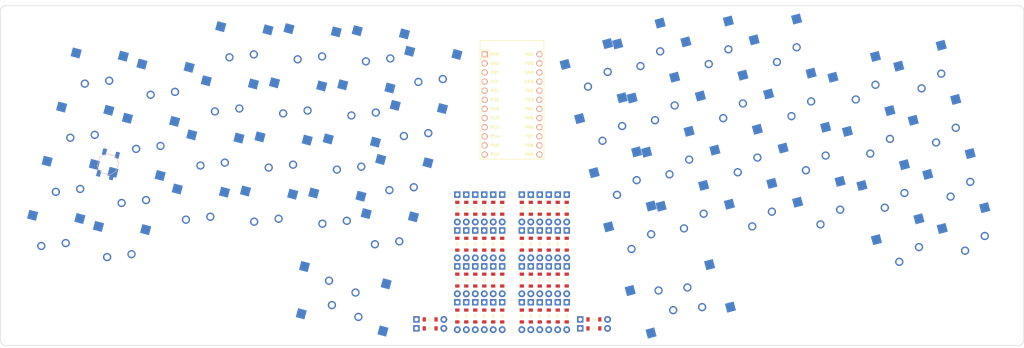
<source format=kicad_pcb>
(kicad_pcb (version 20171130) (host pcbnew 5.1.6)
  (title_block (title tin52mx_pm) (rev v1.0.0) (company Unknown))
  (layers (0 F.Cu signal) (31 B.Cu signal) (34 B.Paste user) (35 F.Paste user) (36 B.SilkS user) (37 F.SilkS user) (38 B.Mask user) (39 F.Mask user) (44 Edge.Cuts user))
  (net 0 "")
  (net 1 "P1")
  (net 2 "outer_bottom")
  (net 3 "outer_home")
  (net 4 "outer_top")
  (net 5 "outer_num")
  (net 6 "P0")
  (net 7 "pinky_bottom")
  (net 8 "pinky_home")
  (net 9 "pinky_top")
  (net 10 "pinky_num")
  (net 11 "P2")
  (net 12 "ring_bottom")
  (net 13 "ring_home")
  (net 14 "ring_top")
  (net 15 "ring_num")
  (net 16 "P3")
  (net 17 "middle_bottom")
  (net 18 "middle_home")
  (net 19 "middle_top")
  (net 20 "middle_num")
  (net 21 "P4")
  (net 22 "index_bottom")
  (net 23 "index_home")
  (net 24 "index_top")
  (net 25 "index_num")
  (net 26 "P5")
  (net 27 "inner_bottom")
  (net 28 "inner_home")
  (net 29 "inner_top")
  (net 30 "inner_num")
  (net 31 "outer_thumb")
  (net 32 "inner_thumb")
  (net 33 "P6")
  (net 34 "P7")
  (net 35 "P8")
  (net 36 "P9")
  (net 37 "index_thumb")
  (net 38 "P10")
  (net 39 "P21")
  (net 40 "mirror_outer_bottom")
  (net 41 "mirror_outer_home")
  (net 42 "mirror_outer_top")
  (net 43 "mirror_outer_num")
  (net 44 "P20")
  (net 45 "mirror_pinky_bottom")
  (net 46 "mirror_pinky_home")
  (net 47 "mirror_pinky_top")
  (net 48 "mirror_pinky_num")
  (net 49 "P19")
  (net 50 "mirror_ring_bottom")
  (net 51 "mirror_ring_home")
  (net 52 "mirror_ring_top")
  (net 53 "mirror_ring_num")
  (net 54 "P18")
  (net 55 "mirror_middle_bottom")
  (net 56 "mirror_middle_home")
  (net 57 "mirror_middle_top")
  (net 58 "mirror_middle_num")
  (net 59 "P15")
  (net 60 "mirror_index_bottom")
  (net 61 "mirror_index_home")
  (net 62 "mirror_index_top")
  (net 63 "mirror_index_num")
  (net 64 "P14")
  (net 65 "mirror_inner_bottom")
  (net 66 "mirror_inner_home")
  (net 67 "mirror_inner_top")
  (net 68 "mirror_inner_num")
  (net 69 "mirror_outer_thumb")
  (net 70 "mirror_inner_thumb")
  (net 71 "mirror_index_thumb")
  (net 72 "RAW")
  (net 73 "GND")
  (net 74 "RST")
  (net 75 "VCC")
  (net 76 "P16")
  (module MX (layer F.Cu) (at 17.8696278 4.7881523 165)
    (fp_text reference "S1" hide)
    (fp_text value "" hide)
    (pad "" np_thru_hole circle (at 0 0) (size 3.9878 3.9878) (drill 3.9878) (layers *.Cu *.Mask))
    (pad "" np_thru_hole circle (at 5.08 0) (size 1.7018 1.7018) (drill 1.7018) (layers *.Cu *.Mask))
    (pad "" np_thru_hole circle (at -5.08 0) (size 1.7018 1.7018) (drill 1.7018) (layers *.Cu *.Mask))
    (pad 1 thru_hole circle (at 2.54 -5.08) (size 2.286 2.286) (drill 1.4986) (layers *.Cu *.Mask) (net 1 "P1"))
    (pad 2 thru_hole circle (at -3.81 -2.54) (size 2.286 2.286) (drill 1.4986) (layers *.Cu *.Mask) (net 2 "outer_bottom"))
  )
  (module MX (layer F.Cu) (at 17.8696278 4.7881523 -15)
    (fp_text reference "S2" hide)
    (fp_text value "" hide)
    (pad "" np_thru_hole circle (at 0 0) (size 3.9878 3.9878) (drill 3.9878) (layers *.Cu *.Mask))
    (pad "" np_thru_hole circle (at 5.08 0) (size 1.7018 1.7018) (drill 1.7018) (layers *.Cu *.Mask))
    (pad "" np_thru_hole circle (at -5.08 0) (size 1.7018 1.7018) (drill 1.7018) (layers *.Cu *.Mask))
    (pad "" np_thru_hole circle (at 2.54 -5.08) (size 3 3) (drill 3) (layers *.Cu *.Mask))
    (pad "" np_thru_hole circle (at -3.81 -2.54) (size 3 3) (drill 3) (layers *.Cu *.Mask))
    (pad 1 smd rect (at -7.085 -2.54 165) (size 2.55 2.5) (layers B.Cu B.Paste B.Mask) (net 1 "P1"))
    (pad 2 smd rect (at 5.842 -5.08 165) (size 2.55 2.5) (layers B.Cu B.Paste B.Mask) (net 2 "outer_bottom"))
  )
  (module MX (layer F.Cu) (at 21.9072049 -10.2802906 165)
    (fp_text reference "S3" hide)
    (fp_text value "" hide)
    (pad "" np_thru_hole circle (at 0 0) (size 3.9878 3.9878) (drill 3.9878) (layers *.Cu *.Mask))
    (pad "" np_thru_hole circle (at 5.08 0) (size 1.7018 1.7018) (drill 1.7018) (layers *.Cu *.Mask))
    (pad "" np_thru_hole circle (at -5.08 0) (size 1.7018 1.7018) (drill 1.7018) (layers *.Cu *.Mask))
    (pad 1 thru_hole circle (at 2.54 -5.08) (size 2.286 2.286) (drill 1.4986) (layers *.Cu *.Mask) (net 1 "P1"))
    (pad 2 thru_hole circle (at -3.81 -2.54) (size 2.286 2.286) (drill 1.4986) (layers *.Cu *.Mask) (net 3 "outer_home"))
  )
  (module MX (layer F.Cu) (at 21.9072049 -10.2802906 -15)
    (fp_text reference "S4" hide)
    (fp_text value "" hide)
    (pad "" np_thru_hole circle (at 0 0) (size 3.9878 3.9878) (drill 3.9878) (layers *.Cu *.Mask))
    (pad "" np_thru_hole circle (at 5.08 0) (size 1.7018 1.7018) (drill 1.7018) (layers *.Cu *.Mask))
    (pad "" np_thru_hole circle (at -5.08 0) (size 1.7018 1.7018) (drill 1.7018) (layers *.Cu *.Mask))
    (pad "" np_thru_hole circle (at 2.54 -5.08) (size 3 3) (drill 3) (layers *.Cu *.Mask))
    (pad "" np_thru_hole circle (at -3.81 -2.54) (size 3 3) (drill 3) (layers *.Cu *.Mask))
    (pad 1 smd rect (at -7.085 -2.54 165) (size 2.55 2.5) (layers B.Cu B.Paste B.Mask) (net 1 "P1"))
    (pad 2 smd rect (at 5.842 -5.08 165) (size 2.55 2.5) (layers B.Cu B.Paste B.Mask) (net 3 "outer_home"))
  )
  (module MX (layer F.Cu) (at 25.944782 -25.3487334 165)
    (fp_text reference "S5" hide)
    (fp_text value "" hide)
    (pad "" np_thru_hole circle (at 0 0) (size 3.9878 3.9878) (drill 3.9878) (layers *.Cu *.Mask))
    (pad "" np_thru_hole circle (at 5.08 0) (size 1.7018 1.7018) (drill 1.7018) (layers *.Cu *.Mask))
    (pad "" np_thru_hole circle (at -5.08 0) (size 1.7018 1.7018) (drill 1.7018) (layers *.Cu *.Mask))
    (pad 1 thru_hole circle (at 2.54 -5.08) (size 2.286 2.286) (drill 1.4986) (layers *.Cu *.Mask) (net 1 "P1"))
    (pad 2 thru_hole circle (at -3.81 -2.54) (size 2.286 2.286) (drill 1.4986) (layers *.Cu *.Mask) (net 4 "outer_top"))
  )
  (module MX (layer F.Cu) (at 25.944782 -25.3487334 -15)
    (fp_text reference "S6" hide)
    (fp_text value "" hide)
    (pad "" np_thru_hole circle (at 0 0) (size 3.9878 3.9878) (drill 3.9878) (layers *.Cu *.Mask))
    (pad "" np_thru_hole circle (at 5.08 0) (size 1.7018 1.7018) (drill 1.7018) (layers *.Cu *.Mask))
    (pad "" np_thru_hole circle (at -5.08 0) (size 1.7018 1.7018) (drill 1.7018) (layers *.Cu *.Mask))
    (pad "" np_thru_hole circle (at 2.54 -5.08) (size 3 3) (drill 3) (layers *.Cu *.Mask))
    (pad "" np_thru_hole circle (at -3.81 -2.54) (size 3 3) (drill 3) (layers *.Cu *.Mask))
    (pad 1 smd rect (at -7.085 -2.54 165) (size 2.55 2.5) (layers B.Cu B.Paste B.Mask) (net 1 "P1"))
    (pad 2 smd rect (at 5.842 -5.08 165) (size 2.55 2.5) (layers B.Cu B.Paste B.Mask) (net 4 "outer_top"))
  )
  (module MX (layer F.Cu) (at 29.9823591 -40.4171763 165)
    (fp_text reference "S7" hide)
    (fp_text value "" hide)
    (pad "" np_thru_hole circle (at 0 0) (size 3.9878 3.9878) (drill 3.9878) (layers *.Cu *.Mask))
    (pad "" np_thru_hole circle (at 5.08 0) (size 1.7018 1.7018) (drill 1.7018) (layers *.Cu *.Mask))
    (pad "" np_thru_hole circle (at -5.08 0) (size 1.7018 1.7018) (drill 1.7018) (layers *.Cu *.Mask))
    (pad 1 thru_hole circle (at 2.54 -5.08) (size 2.286 2.286) (drill 1.4986) (layers *.Cu *.Mask) (net 1 "P1"))
    (pad 2 thru_hole circle (at -3.81 -2.54) (size 2.286 2.286) (drill 1.4986) (layers *.Cu *.Mask) (net 5 "outer_num"))
  )
  (module MX (layer F.Cu) (at 29.9823591 -40.4171763 -15)
    (fp_text reference "S8" hide)
    (fp_text value "" hide)
    (pad "" np_thru_hole circle (at 0 0) (size 3.9878 3.9878) (drill 3.9878) (layers *.Cu *.Mask))
    (pad "" np_thru_hole circle (at 5.08 0) (size 1.7018 1.7018) (drill 1.7018) (layers *.Cu *.Mask))
    (pad "" np_thru_hole circle (at -5.08 0) (size 1.7018 1.7018) (drill 1.7018) (layers *.Cu *.Mask))
    (pad "" np_thru_hole circle (at 2.54 -5.08) (size 3 3) (drill 3) (layers *.Cu *.Mask))
    (pad "" np_thru_hole circle (at -3.81 -2.54) (size 3 3) (drill 3) (layers *.Cu *.Mask))
    (pad 1 smd rect (at -7.085 -2.54 165) (size 2.55 2.5) (layers B.Cu B.Paste B.Mask) (net 1 "P1"))
    (pad 2 smd rect (at 5.842 -5.08 165) (size 2.55 2.5) (layers B.Cu B.Paste B.Mask) (net 5 "outer_num"))
  )
  (module MX (layer F.Cu) (at 36.1921889 7.8859345 165)
    (fp_text reference "S9" hide)
    (fp_text value "" hide)
    (pad "" np_thru_hole circle (at 0 0) (size 3.9878 3.9878) (drill 3.9878) (layers *.Cu *.Mask))
    (pad "" np_thru_hole circle (at 5.08 0) (size 1.7018 1.7018) (drill 1.7018) (layers *.Cu *.Mask))
    (pad "" np_thru_hole circle (at -5.08 0) (size 1.7018 1.7018) (drill 1.7018) (layers *.Cu *.Mask))
    (pad 1 thru_hole circle (at 2.54 -5.08) (size 2.286 2.286) (drill 1.4986) (layers *.Cu *.Mask) (net 6 "P0"))
    (pad 2 thru_hole circle (at -3.81 -2.54) (size 2.286 2.286) (drill 1.4986) (layers *.Cu *.Mask) (net 7 "pinky_bottom"))
  )
  (module MX (layer F.Cu) (at 36.1921889 7.8859345 -15)
    (fp_text reference "S10" hide)
    (fp_text value "" hide)
    (pad "" np_thru_hole circle (at 0 0) (size 3.9878 3.9878) (drill 3.9878) (layers *.Cu *.Mask))
    (pad "" np_thru_hole circle (at 5.08 0) (size 1.7018 1.7018) (drill 1.7018) (layers *.Cu *.Mask))
    (pad "" np_thru_hole circle (at -5.08 0) (size 1.7018 1.7018) (drill 1.7018) (layers *.Cu *.Mask))
    (pad "" np_thru_hole circle (at 2.54 -5.08) (size 3 3) (drill 3) (layers *.Cu *.Mask))
    (pad "" np_thru_hole circle (at -3.81 -2.54) (size 3 3) (drill 3) (layers *.Cu *.Mask))
    (pad 1 smd rect (at -7.085 -2.54 165) (size 2.55 2.5) (layers B.Cu B.Paste B.Mask) (net 6 "P0"))
    (pad 2 smd rect (at 5.842 -5.08 165) (size 2.55 2.5) (layers B.Cu B.Paste B.Mask) (net 7 "pinky_bottom"))
  )
  (module MX (layer F.Cu) (at 40.229766 -7.1825084 165)
    (fp_text reference "S11" hide)
    (fp_text value "" hide)
    (pad "" np_thru_hole circle (at 0 0) (size 3.9878 3.9878) (drill 3.9878) (layers *.Cu *.Mask))
    (pad "" np_thru_hole circle (at 5.08 0) (size 1.7018 1.7018) (drill 1.7018) (layers *.Cu *.Mask))
    (pad "" np_thru_hole circle (at -5.08 0) (size 1.7018 1.7018) (drill 1.7018) (layers *.Cu *.Mask))
    (pad 1 thru_hole circle (at 2.54 -5.08) (size 2.286 2.286) (drill 1.4986) (layers *.Cu *.Mask) (net 6 "P0"))
    (pad 2 thru_hole circle (at -3.81 -2.54) (size 2.286 2.286) (drill 1.4986) (layers *.Cu *.Mask) (net 8 "pinky_home"))
  )
  (module MX (layer F.Cu) (at 40.229766 -7.1825084 -15)
    (fp_text reference "S12" hide)
    (fp_text value "" hide)
    (pad "" np_thru_hole circle (at 0 0) (size 3.9878 3.9878) (drill 3.9878) (layers *.Cu *.Mask))
    (pad "" np_thru_hole circle (at 5.08 0) (size 1.7018 1.7018) (drill 1.7018) (layers *.Cu *.Mask))
    (pad "" np_thru_hole circle (at -5.08 0) (size 1.7018 1.7018) (drill 1.7018) (layers *.Cu *.Mask))
    (pad "" np_thru_hole circle (at 2.54 -5.08) (size 3 3) (drill 3) (layers *.Cu *.Mask))
    (pad "" np_thru_hole circle (at -3.81 -2.54) (size 3 3) (drill 3) (layers *.Cu *.Mask))
    (pad 1 smd rect (at -7.085 -2.54 165) (size 2.55 2.5) (layers B.Cu B.Paste B.Mask) (net 6 "P0"))
    (pad 2 smd rect (at 5.842 -5.08 165) (size 2.55 2.5) (layers B.Cu B.Paste B.Mask) (net 8 "pinky_home"))
  )
  (module MX (layer F.Cu) (at 44.2673431 -22.2509513 165)
    (fp_text reference "S13" hide)
    (fp_text value "" hide)
    (pad "" np_thru_hole circle (at 0 0) (size 3.9878 3.9878) (drill 3.9878) (layers *.Cu *.Mask))
    (pad "" np_thru_hole circle (at 5.08 0) (size 1.7018 1.7018) (drill 1.7018) (layers *.Cu *.Mask))
    (pad "" np_thru_hole circle (at -5.08 0) (size 1.7018 1.7018) (drill 1.7018) (layers *.Cu *.Mask))
    (pad 1 thru_hole circle (at 2.54 -5.08) (size 2.286 2.286) (drill 1.4986) (layers *.Cu *.Mask) (net 6 "P0"))
    (pad 2 thru_hole circle (at -3.81 -2.54) (size 2.286 2.286) (drill 1.4986) (layers *.Cu *.Mask) (net 9 "pinky_top"))
  )
  (module MX (layer F.Cu) (at 44.2673431 -22.2509513 -15)
    (fp_text reference "S14" hide)
    (fp_text value "" hide)
    (pad "" np_thru_hole circle (at 0 0) (size 3.9878 3.9878) (drill 3.9878) (layers *.Cu *.Mask))
    (pad "" np_thru_hole circle (at 5.08 0) (size 1.7018 1.7018) (drill 1.7018) (layers *.Cu *.Mask))
    (pad "" np_thru_hole circle (at -5.08 0) (size 1.7018 1.7018) (drill 1.7018) (layers *.Cu *.Mask))
    (pad "" np_thru_hole circle (at 2.54 -5.08) (size 3 3) (drill 3) (layers *.Cu *.Mask))
    (pad "" np_thru_hole circle (at -3.81 -2.54) (size 3 3) (drill 3) (layers *.Cu *.Mask))
    (pad 1 smd rect (at -7.085 -2.54 165) (size 2.55 2.5) (layers B.Cu B.Paste B.Mask) (net 6 "P0"))
    (pad 2 smd rect (at 5.842 -5.08 165) (size 2.55 2.5) (layers B.Cu B.Paste B.Mask) (net 9 "pinky_top"))
  )
  (module MX (layer F.Cu) (at 48.3049202 -37.3193942 165)
    (fp_text reference "S15" hide)
    (fp_text value "" hide)
    (pad "" np_thru_hole circle (at 0 0) (size 3.9878 3.9878) (drill 3.9878) (layers *.Cu *.Mask))
    (pad "" np_thru_hole circle (at 5.08 0) (size 1.7018 1.7018) (drill 1.7018) (layers *.Cu *.Mask))
    (pad "" np_thru_hole circle (at -5.08 0) (size 1.7018 1.7018) (drill 1.7018) (layers *.Cu *.Mask))
    (pad 1 thru_hole circle (at 2.54 -5.08) (size 2.286 2.286) (drill 1.4986) (layers *.Cu *.Mask) (net 6 "P0"))
    (pad 2 thru_hole circle (at -3.81 -2.54) (size 2.286 2.286) (drill 1.4986) (layers *.Cu *.Mask) (net 10 "pinky_num"))
  )
  (module MX (layer F.Cu) (at 48.3049202 -37.3193942 -15)
    (fp_text reference "S16" hide)
    (fp_text value "" hide)
    (pad "" np_thru_hole circle (at 0 0) (size 3.9878 3.9878) (drill 3.9878) (layers *.Cu *.Mask))
    (pad "" np_thru_hole circle (at 5.08 0) (size 1.7018 1.7018) (drill 1.7018) (layers *.Cu *.Mask))
    (pad "" np_thru_hole circle (at -5.08 0) (size 1.7018 1.7018) (drill 1.7018) (layers *.Cu *.Mask))
    (pad "" np_thru_hole circle (at 2.54 -5.08) (size 3 3) (drill 3) (layers *.Cu *.Mask))
    (pad "" np_thru_hole circle (at -3.81 -2.54) (size 3 3) (drill 3) (layers *.Cu *.Mask))
    (pad 1 smd rect (at -7.085 -2.54 165) (size 2.55 2.5) (layers B.Cu B.Paste B.Mask) (net 6 "P0"))
    (pad 2 smd rect (at 5.842 -5.08 165) (size 2.55 2.5) (layers B.Cu B.Paste B.Mask) (net 10 "pinky_num"))
  )
  (module MX (layer F.Cu) (at 58.1382166 -2.539245 165)
    (fp_text reference "S17" hide)
    (fp_text value "" hide)
    (pad "" np_thru_hole circle (at 0 0) (size 3.9878 3.9878) (drill 3.9878) (layers *.Cu *.Mask))
    (pad "" np_thru_hole circle (at 5.08 0) (size 1.7018 1.7018) (drill 1.7018) (layers *.Cu *.Mask))
    (pad "" np_thru_hole circle (at -5.08 0) (size 1.7018 1.7018) (drill 1.7018) (layers *.Cu *.Mask))
    (pad 1 thru_hole circle (at 2.54 -5.08) (size 2.286 2.286) (drill 1.4986) (layers *.Cu *.Mask) (net 11 "P2"))
    (pad 2 thru_hole circle (at -3.81 -2.54) (size 2.286 2.286) (drill 1.4986) (layers *.Cu *.Mask) (net 12 "ring_bottom"))
  )
  (module MX (layer F.Cu) (at 58.1382166 -2.539245 -15)
    (fp_text reference "S18" hide)
    (fp_text value "" hide)
    (pad "" np_thru_hole circle (at 0 0) (size 3.9878 3.9878) (drill 3.9878) (layers *.Cu *.Mask))
    (pad "" np_thru_hole circle (at 5.08 0) (size 1.7018 1.7018) (drill 1.7018) (layers *.Cu *.Mask))
    (pad "" np_thru_hole circle (at -5.08 0) (size 1.7018 1.7018) (drill 1.7018) (layers *.Cu *.Mask))
    (pad "" np_thru_hole circle (at 2.54 -5.08) (size 3 3) (drill 3) (layers *.Cu *.Mask))
    (pad "" np_thru_hole circle (at -3.81 -2.54) (size 3 3) (drill 3) (layers *.Cu *.Mask))
    (pad 1 smd rect (at -7.085 -2.54 165) (size 2.55 2.5) (layers B.Cu B.Paste B.Mask) (net 11 "P2"))
    (pad 2 smd rect (at 5.842 -5.08 165) (size 2.55 2.5) (layers B.Cu B.Paste B.Mask) (net 12 "ring_bottom"))
  )
  (module MX (layer F.Cu) (at 62.1757938 -17.6076878 165)
    (fp_text reference "S19" hide)
    (fp_text value "" hide)
    (pad "" np_thru_hole circle (at 0 0) (size 3.9878 3.9878) (drill 3.9878) (layers *.Cu *.Mask))
    (pad "" np_thru_hole circle (at 5.08 0) (size 1.7018 1.7018) (drill 1.7018) (layers *.Cu *.Mask))
    (pad "" np_thru_hole circle (at -5.08 0) (size 1.7018 1.7018) (drill 1.7018) (layers *.Cu *.Mask))
    (pad 1 thru_hole circle (at 2.54 -5.08) (size 2.286 2.286) (drill 1.4986) (layers *.Cu *.Mask) (net 11 "P2"))
    (pad 2 thru_hole circle (at -3.81 -2.54) (size 2.286 2.286) (drill 1.4986) (layers *.Cu *.Mask) (net 13 "ring_home"))
  )
  (module MX (layer F.Cu) (at 62.1757938 -17.6076878 -15)
    (fp_text reference "S20" hide)
    (fp_text value "" hide)
    (pad "" np_thru_hole circle (at 0 0) (size 3.9878 3.9878) (drill 3.9878) (layers *.Cu *.Mask))
    (pad "" np_thru_hole circle (at 5.08 0) (size 1.7018 1.7018) (drill 1.7018) (layers *.Cu *.Mask))
    (pad "" np_thru_hole circle (at -5.08 0) (size 1.7018 1.7018) (drill 1.7018) (layers *.Cu *.Mask))
    (pad "" np_thru_hole circle (at 2.54 -5.08) (size 3 3) (drill 3) (layers *.Cu *.Mask))
    (pad "" np_thru_hole circle (at -3.81 -2.54) (size 3 3) (drill 3) (layers *.Cu *.Mask))
    (pad 1 smd rect (at -7.085 -2.54 165) (size 2.55 2.5) (layers B.Cu B.Paste B.Mask) (net 11 "P2"))
    (pad 2 smd rect (at 5.842 -5.08 165) (size 2.55 2.5) (layers B.Cu B.Paste B.Mask) (net 13 "ring_home"))
  )
  (module MX (layer F.Cu) (at 66.2133709 -32.6761307 165)
    (fp_text reference "S21" hide)
    (fp_text value "" hide)
    (pad "" np_thru_hole circle (at 0 0) (size 3.9878 3.9878) (drill 3.9878) (layers *.Cu *.Mask))
    (pad "" np_thru_hole circle (at 5.08 0) (size 1.7018 1.7018) (drill 1.7018) (layers *.Cu *.Mask))
    (pad "" np_thru_hole circle (at -5.08 0) (size 1.7018 1.7018) (drill 1.7018) (layers *.Cu *.Mask))
    (pad 1 thru_hole circle (at 2.54 -5.08) (size 2.286 2.286) (drill 1.4986) (layers *.Cu *.Mask) (net 11 "P2"))
    (pad 2 thru_hole circle (at -3.81 -2.54) (size 2.286 2.286) (drill 1.4986) (layers *.Cu *.Mask) (net 14 "ring_top"))
  )
  (module MX (layer F.Cu) (at 66.2133709 -32.6761307 -15)
    (fp_text reference "S22" hide)
    (fp_text value "" hide)
    (pad "" np_thru_hole circle (at 0 0) (size 3.9878 3.9878) (drill 3.9878) (layers *.Cu *.Mask))
    (pad "" np_thru_hole circle (at 5.08 0) (size 1.7018 1.7018) (drill 1.7018) (layers *.Cu *.Mask))
    (pad "" np_thru_hole circle (at -5.08 0) (size 1.7018 1.7018) (drill 1.7018) (layers *.Cu *.Mask))
    (pad "" np_thru_hole circle (at 2.54 -5.08) (size 3 3) (drill 3) (layers *.Cu *.Mask))
    (pad "" np_thru_hole circle (at -3.81 -2.54) (size 3 3) (drill 3) (layers *.Cu *.Mask))
    (pad 1 smd rect (at -7.085 -2.54 165) (size 2.55 2.5) (layers B.Cu B.Paste B.Mask) (net 11 "P2"))
    (pad 2 smd rect (at 5.842 -5.08 165) (size 2.55 2.5) (layers B.Cu B.Paste B.Mask) (net 14 "ring_top"))
  )
  (module MX (layer F.Cu) (at 70.250948 -47.7445736 165)
    (fp_text reference "S23" hide)
    (fp_text value "" hide)
    (pad "" np_thru_hole circle (at 0 0) (size 3.9878 3.9878) (drill 3.9878) (layers *.Cu *.Mask))
    (pad "" np_thru_hole circle (at 5.08 0) (size 1.7018 1.7018) (drill 1.7018) (layers *.Cu *.Mask))
    (pad "" np_thru_hole circle (at -5.08 0) (size 1.7018 1.7018) (drill 1.7018) (layers *.Cu *.Mask))
    (pad 1 thru_hole circle (at 2.54 -5.08) (size 2.286 2.286) (drill 1.4986) (layers *.Cu *.Mask) (net 11 "P2"))
    (pad 2 thru_hole circle (at -3.81 -2.54) (size 2.286 2.286) (drill 1.4986) (layers *.Cu *.Mask) (net 15 "ring_num"))
  )
  (module MX (layer F.Cu) (at 70.250948 -47.7445736 -15)
    (fp_text reference "S24" hide)
    (fp_text value "" hide)
    (pad "" np_thru_hole circle (at 0 0) (size 3.9878 3.9878) (drill 3.9878) (layers *.Cu *.Mask))
    (pad "" np_thru_hole circle (at 5.08 0) (size 1.7018 1.7018) (drill 1.7018) (layers *.Cu *.Mask))
    (pad "" np_thru_hole circle (at -5.08 0) (size 1.7018 1.7018) (drill 1.7018) (layers *.Cu *.Mask))
    (pad "" np_thru_hole circle (at 2.54 -5.08) (size 3 3) (drill 3) (layers *.Cu *.Mask))
    (pad "" np_thru_hole circle (at -3.81 -2.54) (size 3 3) (drill 3) (layers *.Cu *.Mask))
    (pad 1 smd rect (at -7.085 -2.54 165) (size 2.55 2.5) (layers B.Cu B.Paste B.Mask) (net 11 "P2"))
    (pad 2 smd rect (at 5.842 -5.08 165) (size 2.55 2.5) (layers B.Cu B.Paste B.Mask) (net 15 "ring_num"))
  )
  (module MX (layer F.Cu) (at 77.1401778 -1.9770181 165)
    (fp_text reference "S25" hide)
    (fp_text value "" hide)
    (pad "" np_thru_hole circle (at 0 0) (size 3.9878 3.9878) (drill 3.9878) (layers *.Cu *.Mask))
    (pad "" np_thru_hole circle (at 5.08 0) (size 1.7018 1.7018) (drill 1.7018) (layers *.Cu *.Mask))
    (pad "" np_thru_hole circle (at -5.08 0) (size 1.7018 1.7018) (drill 1.7018) (layers *.Cu *.Mask))
    (pad 1 thru_hole circle (at 2.54 -5.08) (size 2.286 2.286) (drill 1.4986) (layers *.Cu *.Mask) (net 16 "P3"))
    (pad 2 thru_hole circle (at -3.81 -2.54) (size 2.286 2.286) (drill 1.4986) (layers *.Cu *.Mask) (net 17 "middle_bottom"))
  )
  (module MX (layer F.Cu) (at 77.1401778 -1.9770181 -15)
    (fp_text reference "S26" hide)
    (fp_text value "" hide)
    (pad "" np_thru_hole circle (at 0 0) (size 3.9878 3.9878) (drill 3.9878) (layers *.Cu *.Mask))
    (pad "" np_thru_hole circle (at 5.08 0) (size 1.7018 1.7018) (drill 1.7018) (layers *.Cu *.Mask))
    (pad "" np_thru_hole circle (at -5.08 0) (size 1.7018 1.7018) (drill 1.7018) (layers *.Cu *.Mask))
    (pad "" np_thru_hole circle (at 2.54 -5.08) (size 3 3) (drill 3) (layers *.Cu *.Mask))
    (pad "" np_thru_hole circle (at -3.81 -2.54) (size 3 3) (drill 3) (layers *.Cu *.Mask))
    (pad 1 smd rect (at -7.085 -2.54 165) (size 2.55 2.5) (layers B.Cu B.Paste B.Mask) (net 16 "P3"))
    (pad 2 smd rect (at 5.842 -5.08 165) (size 2.55 2.5) (layers B.Cu B.Paste B.Mask) (net 17 "middle_bottom"))
  )
  (module MX (layer F.Cu) (at 81.1777549 -17.045461 165)
    (fp_text reference "S27" hide)
    (fp_text value "" hide)
    (pad "" np_thru_hole circle (at 0 0) (size 3.9878 3.9878) (drill 3.9878) (layers *.Cu *.Mask))
    (pad "" np_thru_hole circle (at 5.08 0) (size 1.7018 1.7018) (drill 1.7018) (layers *.Cu *.Mask))
    (pad "" np_thru_hole circle (at -5.08 0) (size 1.7018 1.7018) (drill 1.7018) (layers *.Cu *.Mask))
    (pad 1 thru_hole circle (at 2.54 -5.08) (size 2.286 2.286) (drill 1.4986) (layers *.Cu *.Mask) (net 16 "P3"))
    (pad 2 thru_hole circle (at -3.81 -2.54) (size 2.286 2.286) (drill 1.4986) (layers *.Cu *.Mask) (net 18 "middle_home"))
  )
  (module MX (layer F.Cu) (at 81.1777549 -17.045461 -15)
    (fp_text reference "S28" hide)
    (fp_text value "" hide)
    (pad "" np_thru_hole circle (at 0 0) (size 3.9878 3.9878) (drill 3.9878) (layers *.Cu *.Mask))
    (pad "" np_thru_hole circle (at 5.08 0) (size 1.7018 1.7018) (drill 1.7018) (layers *.Cu *.Mask))
    (pad "" np_thru_hole circle (at -5.08 0) (size 1.7018 1.7018) (drill 1.7018) (layers *.Cu *.Mask))
    (pad "" np_thru_hole circle (at 2.54 -5.08) (size 3 3) (drill 3) (layers *.Cu *.Mask))
    (pad "" np_thru_hole circle (at -3.81 -2.54) (size 3 3) (drill 3) (layers *.Cu *.Mask))
    (pad 1 smd rect (at -7.085 -2.54 165) (size 2.55 2.5) (layers B.Cu B.Paste B.Mask) (net 16 "P3"))
    (pad 2 smd rect (at 5.842 -5.08 165) (size 2.55 2.5) (layers B.Cu B.Paste B.Mask) (net 18 "middle_home"))
  )
  (module MX (layer F.Cu) (at 85.215332 -32.1139039 165)
    (fp_text reference "S29" hide)
    (fp_text value "" hide)
    (pad "" np_thru_hole circle (at 0 0) (size 3.9878 3.9878) (drill 3.9878) (layers *.Cu *.Mask))
    (pad "" np_thru_hole circle (at 5.08 0) (size 1.7018 1.7018) (drill 1.7018) (layers *.Cu *.Mask))
    (pad "" np_thru_hole circle (at -5.08 0) (size 1.7018 1.7018) (drill 1.7018) (layers *.Cu *.Mask))
    (pad 1 thru_hole circle (at 2.54 -5.08) (size 2.286 2.286) (drill 1.4986) (layers *.Cu *.Mask) (net 16 "P3"))
    (pad 2 thru_hole circle (at -3.81 -2.54) (size 2.286 2.286) (drill 1.4986) (layers *.Cu *.Mask) (net 19 "middle_top"))
  )
  (module MX (layer F.Cu) (at 85.215332 -32.1139039 -15)
    (fp_text reference "S30" hide)
    (fp_text value "" hide)
    (pad "" np_thru_hole circle (at 0 0) (size 3.9878 3.9878) (drill 3.9878) (layers *.Cu *.Mask))
    (pad "" np_thru_hole circle (at 5.08 0) (size 1.7018 1.7018) (drill 1.7018) (layers *.Cu *.Mask))
    (pad "" np_thru_hole circle (at -5.08 0) (size 1.7018 1.7018) (drill 1.7018) (layers *.Cu *.Mask))
    (pad "" np_thru_hole circle (at 2.54 -5.08) (size 3 3) (drill 3) (layers *.Cu *.Mask))
    (pad "" np_thru_hole circle (at -3.81 -2.54) (size 3 3) (drill 3) (layers *.Cu *.Mask))
    (pad 1 smd rect (at -7.085 -2.54 165) (size 2.55 2.5) (layers B.Cu B.Paste B.Mask) (net 16 "P3"))
    (pad 2 smd rect (at 5.842 -5.08 165) (size 2.55 2.5) (layers B.Cu B.Paste B.Mask) (net 19 "middle_top"))
  )
  (module MX (layer F.Cu) (at 89.2529091 -47.1823468 165)
    (fp_text reference "S31" hide)
    (fp_text value "" hide)
    (pad "" np_thru_hole circle (at 0 0) (size 3.9878 3.9878) (drill 3.9878) (layers *.Cu *.Mask))
    (pad "" np_thru_hole circle (at 5.08 0) (size 1.7018 1.7018) (drill 1.7018) (layers *.Cu *.Mask))
    (pad "" np_thru_hole circle (at -5.08 0) (size 1.7018 1.7018) (drill 1.7018) (layers *.Cu *.Mask))
    (pad 1 thru_hole circle (at 2.54 -5.08) (size 2.286 2.286) (drill 1.4986) (layers *.Cu *.Mask) (net 16 "P3"))
    (pad 2 thru_hole circle (at -3.81 -2.54) (size 2.286 2.286) (drill 1.4986) (layers *.Cu *.Mask) (net 20 "middle_num"))
  )
  (module MX (layer F.Cu) (at 89.2529091 -47.1823468 -15)
    (fp_text reference "S32" hide)
    (fp_text value "" hide)
    (pad "" np_thru_hole circle (at 0 0) (size 3.9878 3.9878) (drill 3.9878) (layers *.Cu *.Mask))
    (pad "" np_thru_hole circle (at 5.08 0) (size 1.7018 1.7018) (drill 1.7018) (layers *.Cu *.Mask))
    (pad "" np_thru_hole circle (at -5.08 0) (size 1.7018 1.7018) (drill 1.7018) (layers *.Cu *.Mask))
    (pad "" np_thru_hole circle (at 2.54 -5.08) (size 3 3) (drill 3) (layers *.Cu *.Mask))
    (pad "" np_thru_hole circle (at -3.81 -2.54) (size 3 3) (drill 3) (layers *.Cu *.Mask))
    (pad 1 smd rect (at -7.085 -2.54 165) (size 2.55 2.5) (layers B.Cu B.Paste B.Mask) (net 16 "P3"))
    (pad 2 smd rect (at 5.842 -5.08 165) (size 2.55 2.5) (layers B.Cu B.Paste B.Mask) (net 20 "middle_num"))
  )
  (module MX (layer F.Cu) (at 96.1421389 -1.4147913 165)
    (fp_text reference "S33" hide)
    (fp_text value "" hide)
    (pad "" np_thru_hole circle (at 0 0) (size 3.9878 3.9878) (drill 3.9878) (layers *.Cu *.Mask))
    (pad "" np_thru_hole circle (at 5.08 0) (size 1.7018 1.7018) (drill 1.7018) (layers *.Cu *.Mask))
    (pad "" np_thru_hole circle (at -5.08 0) (size 1.7018 1.7018) (drill 1.7018) (layers *.Cu *.Mask))
    (pad 1 thru_hole circle (at 2.54 -5.08) (size 2.286 2.286) (drill 1.4986) (layers *.Cu *.Mask) (net 21 "P4"))
    (pad 2 thru_hole circle (at -3.81 -2.54) (size 2.286 2.286) (drill 1.4986) (layers *.Cu *.Mask) (net 22 "index_bottom"))
  )
  (module MX (layer F.Cu) (at 96.1421389 -1.4147913 -15)
    (fp_text reference "S34" hide)
    (fp_text value "" hide)
    (pad "" np_thru_hole circle (at 0 0) (size 3.9878 3.9878) (drill 3.9878) (layers *.Cu *.Mask))
    (pad "" np_thru_hole circle (at 5.08 0) (size 1.7018 1.7018) (drill 1.7018) (layers *.Cu *.Mask))
    (pad "" np_thru_hole circle (at -5.08 0) (size 1.7018 1.7018) (drill 1.7018) (layers *.Cu *.Mask))
    (pad "" np_thru_hole circle (at 2.54 -5.08) (size 3 3) (drill 3) (layers *.Cu *.Mask))
    (pad "" np_thru_hole circle (at -3.81 -2.54) (size 3 3) (drill 3) (layers *.Cu *.Mask))
    (pad 1 smd rect (at -7.085 -2.54 165) (size 2.55 2.5) (layers B.Cu B.Paste B.Mask) (net 21 "P4"))
    (pad 2 smd rect (at 5.842 -5.08 165) (size 2.55 2.5) (layers B.Cu B.Paste B.Mask) (net 22 "index_bottom"))
  )
  (module MX (layer F.Cu) (at 100.179716 -16.4832342 165)
    (fp_text reference "S35" hide)
    (fp_text value "" hide)
    (pad "" np_thru_hole circle (at 0 0) (size 3.9878 3.9878) (drill 3.9878) (layers *.Cu *.Mask))
    (pad "" np_thru_hole circle (at 5.08 0) (size 1.7018 1.7018) (drill 1.7018) (layers *.Cu *.Mask))
    (pad "" np_thru_hole circle (at -5.08 0) (size 1.7018 1.7018) (drill 1.7018) (layers *.Cu *.Mask))
    (pad 1 thru_hole circle (at 2.54 -5.08) (size 2.286 2.286) (drill 1.4986) (layers *.Cu *.Mask) (net 21 "P4"))
    (pad 2 thru_hole circle (at -3.81 -2.54) (size 2.286 2.286) (drill 1.4986) (layers *.Cu *.Mask) (net 23 "index_home"))
  )
  (module MX (layer F.Cu) (at 100.179716 -16.4832342 -15)
    (fp_text reference "S36" hide)
    (fp_text value "" hide)
    (pad "" np_thru_hole circle (at 0 0) (size 3.9878 3.9878) (drill 3.9878) (layers *.Cu *.Mask))
    (pad "" np_thru_hole circle (at 5.08 0) (size 1.7018 1.7018) (drill 1.7018) (layers *.Cu *.Mask))
    (pad "" np_thru_hole circle (at -5.08 0) (size 1.7018 1.7018) (drill 1.7018) (layers *.Cu *.Mask))
    (pad "" np_thru_hole circle (at 2.54 -5.08) (size 3 3) (drill 3) (layers *.Cu *.Mask))
    (pad "" np_thru_hole circle (at -3.81 -2.54) (size 3 3) (drill 3) (layers *.Cu *.Mask))
    (pad 1 smd rect (at -7.085 -2.54 165) (size 2.55 2.5) (layers B.Cu B.Paste B.Mask) (net 21 "P4"))
    (pad 2 smd rect (at 5.842 -5.08 165) (size 2.55 2.5) (layers B.Cu B.Paste B.Mask) (net 23 "index_home"))
  )
  (module MX (layer F.Cu) (at 104.2172931 -31.551677 165)
    (fp_text reference "S37" hide)
    (fp_text value "" hide)
    (pad "" np_thru_hole circle (at 0 0) (size 3.9878 3.9878) (drill 3.9878) (layers *.Cu *.Mask))
    (pad "" np_thru_hole circle (at 5.08 0) (size 1.7018 1.7018) (drill 1.7018) (layers *.Cu *.Mask))
    (pad "" np_thru_hole circle (at -5.08 0) (size 1.7018 1.7018) (drill 1.7018) (layers *.Cu *.Mask))
    (pad 1 thru_hole circle (at 2.54 -5.08) (size 2.286 2.286) (drill 1.4986) (layers *.Cu *.Mask) (net 21 "P4"))
    (pad 2 thru_hole circle (at -3.81 -2.54) (size 2.286 2.286) (drill 1.4986) (layers *.Cu *.Mask) (net 24 "index_top"))
  )
  (module MX (layer F.Cu) (at 104.2172931 -31.551677 -15)
    (fp_text reference "S38" hide)
    (fp_text value "" hide)
    (pad "" np_thru_hole circle (at 0 0) (size 3.9878 3.9878) (drill 3.9878) (layers *.Cu *.Mask))
    (pad "" np_thru_hole circle (at 5.08 0) (size 1.7018 1.7018) (drill 1.7018) (layers *.Cu *.Mask))
    (pad "" np_thru_hole circle (at -5.08 0) (size 1.7018 1.7018) (drill 1.7018) (layers *.Cu *.Mask))
    (pad "" np_thru_hole circle (at 2.54 -5.08) (size 3 3) (drill 3) (layers *.Cu *.Mask))
    (pad "" np_thru_hole circle (at -3.81 -2.54) (size 3 3) (drill 3) (layers *.Cu *.Mask))
    (pad 1 smd rect (at -7.085 -2.54 165) (size 2.55 2.5) (layers B.Cu B.Paste B.Mask) (net 21 "P4"))
    (pad 2 smd rect (at 5.842 -5.08 165) (size 2.55 2.5) (layers B.Cu B.Paste B.Mask) (net 24 "index_top"))
  )
  (module MX (layer F.Cu) (at 108.2548702 -46.6201199 165)
    (fp_text reference "S39" hide)
    (fp_text value "" hide)
    (pad "" np_thru_hole circle (at 0 0) (size 3.9878 3.9878) (drill 3.9878) (layers *.Cu *.Mask))
    (pad "" np_thru_hole circle (at 5.08 0) (size 1.7018 1.7018) (drill 1.7018) (layers *.Cu *.Mask))
    (pad "" np_thru_hole circle (at -5.08 0) (size 1.7018 1.7018) (drill 1.7018) (layers *.Cu *.Mask))
    (pad 1 thru_hole circle (at 2.54 -5.08) (size 2.286 2.286) (drill 1.4986) (layers *.Cu *.Mask) (net 21 "P4"))
    (pad 2 thru_hole circle (at -3.81 -2.54) (size 2.286 2.286) (drill 1.4986) (layers *.Cu *.Mask) (net 25 "index_num"))
  )
  (module MX (layer F.Cu) (at 108.2548702 -46.6201199 -15)
    (fp_text reference "S40" hide)
    (fp_text value "" hide)
    (pad "" np_thru_hole circle (at 0 0) (size 3.9878 3.9878) (drill 3.9878) (layers *.Cu *.Mask))
    (pad "" np_thru_hole circle (at 5.08 0) (size 1.7018 1.7018) (drill 1.7018) (layers *.Cu *.Mask))
    (pad "" np_thru_hole circle (at -5.08 0) (size 1.7018 1.7018) (drill 1.7018) (layers *.Cu *.Mask))
    (pad "" np_thru_hole circle (at 2.54 -5.08) (size 3 3) (drill 3) (layers *.Cu *.Mask))
    (pad "" np_thru_hole circle (at -3.81 -2.54) (size 3 3) (drill 3) (layers *.Cu *.Mask))
    (pad 1 smd rect (at -7.085 -2.54 165) (size 2.55 2.5) (layers B.Cu B.Paste B.Mask) (net 21 "P4"))
    (pad 2 smd rect (at 5.842 -5.08 165) (size 2.55 2.5) (layers B.Cu B.Paste B.Mask) (net 25 "index_num"))
  )
  (module MX (layer F.Cu) (at 110.7576484 4.313156 165)
    (fp_text reference "S41" hide)
    (fp_text value "" hide)
    (pad "" np_thru_hole circle (at 0 0) (size 3.9878 3.9878) (drill 3.9878) (layers *.Cu *.Mask))
    (pad "" np_thru_hole circle (at 5.08 0) (size 1.7018 1.7018) (drill 1.7018) (layers *.Cu *.Mask))
    (pad "" np_thru_hole circle (at -5.08 0) (size 1.7018 1.7018) (drill 1.7018) (layers *.Cu *.Mask))
    (pad 1 thru_hole circle (at 2.54 -5.08) (size 2.286 2.286) (drill 1.4986) (layers *.Cu *.Mask) (net 26 "P5"))
    (pad 2 thru_hole circle (at -3.81 -2.54) (size 2.286 2.286) (drill 1.4986) (layers *.Cu *.Mask) (net 27 "inner_bottom"))
  )
  (module MX (layer F.Cu) (at 110.7576484 4.313156 -15)
    (fp_text reference "S42" hide)
    (fp_text value "" hide)
    (pad "" np_thru_hole circle (at 0 0) (size 3.9878 3.9878) (drill 3.9878) (layers *.Cu *.Mask))
    (pad "" np_thru_hole circle (at 5.08 0) (size 1.7018 1.7018) (drill 1.7018) (layers *.Cu *.Mask))
    (pad "" np_thru_hole circle (at -5.08 0) (size 1.7018 1.7018) (drill 1.7018) (layers *.Cu *.Mask))
    (pad "" np_thru_hole circle (at 2.54 -5.08) (size 3 3) (drill 3) (layers *.Cu *.Mask))
    (pad "" np_thru_hole circle (at -3.81 -2.54) (size 3 3) (drill 3) (layers *.Cu *.Mask))
    (pad 1 smd rect (at -7.085 -2.54 165) (size 2.55 2.5) (layers B.Cu B.Paste B.Mask) (net 26 "P5"))
    (pad 2 smd rect (at 5.842 -5.08 165) (size 2.55 2.5) (layers B.Cu B.Paste B.Mask) (net 27 "inner_bottom"))
  )
  (module MX (layer F.Cu) (at 114.7952255 -10.7552869 165)
    (fp_text reference "S43" hide)
    (fp_text value "" hide)
    (pad "" np_thru_hole circle (at 0 0) (size 3.9878 3.9878) (drill 3.9878) (layers *.Cu *.Mask))
    (pad "" np_thru_hole circle (at 5.08 0) (size 1.7018 1.7018) (drill 1.7018) (layers *.Cu *.Mask))
    (pad "" np_thru_hole circle (at -5.08 0) (size 1.7018 1.7018) (drill 1.7018) (layers *.Cu *.Mask))
    (pad 1 thru_hole circle (at 2.54 -5.08) (size 2.286 2.286) (drill 1.4986) (layers *.Cu *.Mask) (net 26 "P5"))
    (pad 2 thru_hole circle (at -3.81 -2.54) (size 2.286 2.286) (drill 1.4986) (layers *.Cu *.Mask) (net 28 "inner_home"))
  )
  (module MX (layer F.Cu) (at 114.7952255 -10.7552869 -15)
    (fp_text reference "S44" hide)
    (fp_text value "" hide)
    (pad "" np_thru_hole circle (at 0 0) (size 3.9878 3.9878) (drill 3.9878) (layers *.Cu *.Mask))
    (pad "" np_thru_hole circle (at 5.08 0) (size 1.7018 1.7018) (drill 1.7018) (layers *.Cu *.Mask))
    (pad "" np_thru_hole circle (at -5.08 0) (size 1.7018 1.7018) (drill 1.7018) (layers *.Cu *.Mask))
    (pad "" np_thru_hole circle (at 2.54 -5.08) (size 3 3) (drill 3) (layers *.Cu *.Mask))
    (pad "" np_thru_hole circle (at -3.81 -2.54) (size 3 3) (drill 3) (layers *.Cu *.Mask))
    (pad 1 smd rect (at -7.085 -2.54 165) (size 2.55 2.5) (layers B.Cu B.Paste B.Mask) (net 26 "P5"))
    (pad 2 smd rect (at 5.842 -5.08 165) (size 2.55 2.5) (layers B.Cu B.Paste B.Mask) (net 28 "inner_home"))
  )
  (module MX (layer F.Cu) (at 118.8328026 -25.8237297 165)
    (fp_text reference "S45" hide)
    (fp_text value "" hide)
    (pad "" np_thru_hole circle (at 0 0) (size 3.9878 3.9878) (drill 3.9878) (layers *.Cu *.Mask))
    (pad "" np_thru_hole circle (at 5.08 0) (size 1.7018 1.7018) (drill 1.7018) (layers *.Cu *.Mask))
    (pad "" np_thru_hole circle (at -5.08 0) (size 1.7018 1.7018) (drill 1.7018) (layers *.Cu *.Mask))
    (pad 1 thru_hole circle (at 2.54 -5.08) (size 2.286 2.286) (drill 1.4986) (layers *.Cu *.Mask) (net 26 "P5"))
    (pad 2 thru_hole circle (at -3.81 -2.54) (size 2.286 2.286) (drill 1.4986) (layers *.Cu *.Mask) (net 29 "inner_top"))
  )
  (module MX (layer F.Cu) (at 118.8328026 -25.8237297 -15)
    (fp_text reference "S46" hide)
    (fp_text value "" hide)
    (pad "" np_thru_hole circle (at 0 0) (size 3.9878 3.9878) (drill 3.9878) (layers *.Cu *.Mask))
    (pad "" np_thru_hole circle (at 5.08 0) (size 1.7018 1.7018) (drill 1.7018) (layers *.Cu *.Mask))
    (pad "" np_thru_hole circle (at -5.08 0) (size 1.7018 1.7018) (drill 1.7018) (layers *.Cu *.Mask))
    (pad "" np_thru_hole circle (at 2.54 -5.08) (size 3 3) (drill 3) (layers *.Cu *.Mask))
    (pad "" np_thru_hole circle (at -3.81 -2.54) (size 3 3) (drill 3) (layers *.Cu *.Mask))
    (pad 1 smd rect (at -7.085 -2.54 165) (size 2.55 2.5) (layers B.Cu B.Paste B.Mask) (net 26 "P5"))
    (pad 2 smd rect (at 5.842 -5.08 165) (size 2.55 2.5) (layers B.Cu B.Paste B.Mask) (net 29 "inner_top"))
  )
  (module MX (layer F.Cu) (at 122.8703797 -40.8921726 165)
    (fp_text reference "S47" hide)
    (fp_text value "" hide)
    (pad "" np_thru_hole circle (at 0 0) (size 3.9878 3.9878) (drill 3.9878) (layers *.Cu *.Mask))
    (pad "" np_thru_hole circle (at 5.08 0) (size 1.7018 1.7018) (drill 1.7018) (layers *.Cu *.Mask))
    (pad "" np_thru_hole circle (at -5.08 0) (size 1.7018 1.7018) (drill 1.7018) (layers *.Cu *.Mask))
    (pad 1 thru_hole circle (at 2.54 -5.08) (size 2.286 2.286) (drill 1.4986) (layers *.Cu *.Mask) (net 26 "P5"))
    (pad 2 thru_hole circle (at -3.81 -2.54) (size 2.286 2.286) (drill 1.4986) (layers *.Cu *.Mask) (net 30 "inner_num"))
  )
  (module MX (layer F.Cu) (at 122.8703797 -40.8921726 -15)
    (fp_text reference "S48" hide)
    (fp_text value "" hide)
    (pad "" np_thru_hole circle (at 0 0) (size 3.9878 3.9878) (drill 3.9878) (layers *.Cu *.Mask))
    (pad "" np_thru_hole circle (at 5.08 0) (size 1.7018 1.7018) (drill 1.7018) (layers *.Cu *.Mask))
    (pad "" np_thru_hole circle (at -5.08 0) (size 1.7018 1.7018) (drill 1.7018) (layers *.Cu *.Mask))
    (pad "" np_thru_hole circle (at 2.54 -5.08) (size 3 3) (drill 3) (layers *.Cu *.Mask))
    (pad "" np_thru_hole circle (at -3.81 -2.54) (size 3 3) (drill 3) (layers *.Cu *.Mask))
    (pad 1 smd rect (at -7.085 -2.54 165) (size 2.55 2.5) (layers B.Cu B.Paste B.Mask) (net 26 "P5"))
    (pad 2 smd rect (at 5.842 -5.08 165) (size 2.55 2.5) (layers B.Cu B.Paste B.Mask) (net 30 "inner_num"))
  )
  (module MX (layer F.Cu) (at 90.76792719999999 21.7330023 255)
    (fp_text reference "S49" hide)
    (fp_text value "" hide)
    (pad "" np_thru_hole circle (at 0 0) (size 3.9878 3.9878) (drill 3.9878) (layers *.Cu *.Mask))
    (pad "" np_thru_hole circle (at 5.08 0) (size 1.7018 1.7018) (drill 1.7018) (layers *.Cu *.Mask))
    (pad "" np_thru_hole circle (at -5.08 0) (size 1.7018 1.7018) (drill 1.7018) (layers *.Cu *.Mask))
    (pad 1 thru_hole circle (at 2.54 -5.08) (size 2.286 2.286) (drill 1.4986) (layers *.Cu *.Mask) (net 21 "P4"))
    (pad 2 thru_hole circle (at -3.81 -2.54) (size 2.286 2.286) (drill 1.4986) (layers *.Cu *.Mask) (net 31 "outer_thumb"))
  )
  (module MX (layer F.Cu) (at 90.76792719999999 21.7330023 75)
    (fp_text reference "S50" hide)
    (fp_text value "" hide)
    (pad "" np_thru_hole circle (at 0 0) (size 3.9878 3.9878) (drill 3.9878) (layers *.Cu *.Mask))
    (pad "" np_thru_hole circle (at 5.08 0) (size 1.7018 1.7018) (drill 1.7018) (layers *.Cu *.Mask))
    (pad "" np_thru_hole circle (at -5.08 0) (size 1.7018 1.7018) (drill 1.7018) (layers *.Cu *.Mask))
    (pad "" np_thru_hole circle (at 2.54 -5.08) (size 3 3) (drill 3) (layers *.Cu *.Mask))
    (pad "" np_thru_hole circle (at -3.81 -2.54) (size 3 3) (drill 3) (layers *.Cu *.Mask))
    (pad 1 smd rect (at -7.085 -2.54 255) (size 2.55 2.5) (layers B.Cu B.Paste B.Mask) (net 21 "P4"))
    (pad 2 smd rect (at 5.842 -5.08 255) (size 2.55 2.5) (layers B.Cu B.Paste B.Mask) (net 31 "outer_thumb"))
  )
  (module MX (layer F.Cu) (at 105.83637009999998 25.7705794 75)
    (fp_text reference "S51" hide)
    (fp_text value "" hide)
    (pad "" np_thru_hole circle (at 0 0) (size 3.9878 3.9878) (drill 3.9878) (layers *.Cu *.Mask))
    (pad "" np_thru_hole circle (at 5.08 0) (size 1.7018 1.7018) (drill 1.7018) (layers *.Cu *.Mask))
    (pad "" np_thru_hole circle (at -5.08 0) (size 1.7018 1.7018) (drill 1.7018) (layers *.Cu *.Mask))
    (pad 1 thru_hole circle (at 2.54 -5.08) (size 2.286 2.286) (drill 1.4986) (layers *.Cu *.Mask) (net 26 "P5"))
    (pad 2 thru_hole circle (at -3.81 -2.54) (size 2.286 2.286) (drill 1.4986) (layers *.Cu *.Mask) (net 32 "inner_thumb"))
  )
  (module MX (layer F.Cu) (at 105.83637009999998 25.7705794 -105)
    (fp_text reference "S52" hide)
    (fp_text value "" hide)
    (pad "" np_thru_hole circle (at 0 0) (size 3.9878 3.9878) (drill 3.9878) (layers *.Cu *.Mask))
    (pad "" np_thru_hole circle (at 5.08 0) (size 1.7018 1.7018) (drill 1.7018) (layers *.Cu *.Mask))
    (pad "" np_thru_hole circle (at -5.08 0) (size 1.7018 1.7018) (drill 1.7018) (layers *.Cu *.Mask))
    (pad "" np_thru_hole circle (at 2.54 -5.08) (size 3 3) (drill 3) (layers *.Cu *.Mask))
    (pad "" np_thru_hole circle (at -3.81 -2.54) (size 3 3) (drill 3) (layers *.Cu *.Mask))
    (pad 1 smd rect (at -7.085 -2.54 75) (size 2.55 2.5) (layers B.Cu B.Paste B.Mask) (net 26 "P5"))
    (pad 2 smd rect (at 5.842 -5.08 75) (size 2.55 2.5) (layers B.Cu B.Paste B.Mask) (net 32 "inner_thumb"))
  )
  (module ComboDiode (layer F.Cu) (at 129.93833869999997 28.5392034 -90)
    (fp_text reference "D1" hide)
    (fp_text value "" hide)
    (pad 1 smd rect (at -1.65 0 -90) (size 0.9 1.2) (layers F.Cu F.Paste F.Mask) (net 33 "P6"))
    (pad 2 smd rect (at 1.65 0 -90) (size 0.9 1.2) (layers F.Cu F.Paste F.Mask) (net 2 "outer_bottom"))
    (pad 1 thru_hole circle (at 3.81 0 -90) (size 1.905 1.905) (drill 0.9906) (layers *.Cu *.Mask) (net 2 "outer_bottom"))
    (pad 2 thru_hole rect (at -3.81 0 -90) (size 1.778 1.778) (drill 0.9906) (layers *.Cu *.Mask) (net 33 "P6"))
  )
  (module ComboDiode (layer F.Cu) (at 129.93833869999997 18.5392034 -90)
    (fp_text reference "D2" hide)
    (fp_text value "" hide)
    (pad 1 smd rect (at -1.65 0 -90) (size 0.9 1.2) (layers F.Cu F.Paste F.Mask) (net 34 "P7"))
    (pad 2 smd rect (at 1.65 0 -90) (size 0.9 1.2) (layers F.Cu F.Paste F.Mask) (net 3 "outer_home"))
    (pad 1 thru_hole circle (at 3.81 0 -90) (size 1.905 1.905) (drill 0.9906) (layers *.Cu *.Mask) (net 3 "outer_home"))
    (pad 2 thru_hole rect (at -3.81 0 -90) (size 1.778 1.778) (drill 0.9906) (layers *.Cu *.Mask) (net 34 "P7"))
  )
  (module ComboDiode (layer F.Cu) (at 129.93833869999997 8.539203400000002 -90)
    (fp_text reference "D3" hide)
    (fp_text value "" hide)
    (pad 1 smd rect (at -1.65 0 -90) (size 0.9 1.2) (layers F.Cu F.Paste F.Mask) (net 35 "P8"))
    (pad 2 smd rect (at 1.65 0 -90) (size 0.9 1.2) (layers F.Cu F.Paste F.Mask) (net 4 "outer_top"))
    (pad 1 thru_hole circle (at 3.81 0 -90) (size 1.905 1.905) (drill 0.9906) (layers *.Cu *.Mask) (net 4 "outer_top"))
    (pad 2 thru_hole rect (at -3.81 0 -90) (size 1.778 1.778) (drill 0.9906) (layers *.Cu *.Mask) (net 35 "P8"))
  )
  (module ComboDiode (layer F.Cu) (at 129.93833869999997 -1.4607965999999983 -90)
    (fp_text reference "D4" hide)
    (fp_text value "" hide)
    (pad 1 smd rect (at -1.65 0 -90) (size 0.9 1.2) (layers F.Cu F.Paste F.Mask) (net 36 "P9"))
    (pad 2 smd rect (at 1.65 0 -90) (size 0.9 1.2) (layers F.Cu F.Paste F.Mask) (net 5 "outer_num"))
    (pad 1 thru_hole circle (at 3.81 0 -90) (size 1.905 1.905) (drill 0.9906) (layers *.Cu *.Mask) (net 5 "outer_num"))
    (pad 2 thru_hole rect (at -3.81 0 -90) (size 1.778 1.778) (drill 0.9906) (layers *.Cu *.Mask) (net 36 "P9"))
  )
  (module ComboDiode (layer F.Cu) (at 132.43833869999997 28.5392034 -90)
    (fp_text reference "D5" hide)
    (fp_text value "" hide)
    (pad 1 smd rect (at -1.65 0 -90) (size 0.9 1.2) (layers F.Cu F.Paste F.Mask) (net 33 "P6"))
    (pad 2 smd rect (at 1.65 0 -90) (size 0.9 1.2) (layers F.Cu F.Paste F.Mask) (net 7 "pinky_bottom"))
    (pad 1 thru_hole circle (at 3.81 0 -90) (size 1.905 1.905) (drill 0.9906) (layers *.Cu *.Mask) (net 7 "pinky_bottom"))
    (pad 2 thru_hole rect (at -3.81 0 -90) (size 1.778 1.778) (drill 0.9906) (layers *.Cu *.Mask) (net 33 "P6"))
  )
  (module ComboDiode (layer F.Cu) (at 132.43833869999997 18.5392034 -90)
    (fp_text reference "D6" hide)
    (fp_text value "" hide)
    (pad 1 smd rect (at -1.65 0 -90) (size 0.9 1.2) (layers F.Cu F.Paste F.Mask) (net 34 "P7"))
    (pad 2 smd rect (at 1.65 0 -90) (size 0.9 1.2) (layers F.Cu F.Paste F.Mask) (net 8 "pinky_home"))
    (pad 1 thru_hole circle (at 3.81 0 -90) (size 1.905 1.905) (drill 0.9906) (layers *.Cu *.Mask) (net 8 "pinky_home"))
    (pad 2 thru_hole rect (at -3.81 0 -90) (size 1.778 1.778) (drill 0.9906) (layers *.Cu *.Mask) (net 34 "P7"))
  )
  (module ComboDiode (layer F.Cu) (at 132.43833869999997 8.539203400000002 -90)
    (fp_text reference "D7" hide)
    (fp_text value "" hide)
    (pad 1 smd rect (at -1.65 0 -90) (size 0.9 1.2) (layers F.Cu F.Paste F.Mask) (net 35 "P8"))
    (pad 2 smd rect (at 1.65 0 -90) (size 0.9 1.2) (layers F.Cu F.Paste F.Mask) (net 9 "pinky_top"))
    (pad 1 thru_hole circle (at 3.81 0 -90) (size 1.905 1.905) (drill 0.9906) (layers *.Cu *.Mask) (net 9 "pinky_top"))
    (pad 2 thru_hole rect (at -3.81 0 -90) (size 1.778 1.778) (drill 0.9906) (layers *.Cu *.Mask) (net 35 "P8"))
  )
  (module ComboDiode (layer F.Cu) (at 132.43833869999997 -1.4607965999999983 -90)
    (fp_text reference "D8" hide)
    (fp_text value "" hide)
    (pad 1 smd rect (at -1.65 0 -90) (size 0.9 1.2) (layers F.Cu F.Paste F.Mask) (net 36 "P9"))
    (pad 2 smd rect (at 1.65 0 -90) (size 0.9 1.2) (layers F.Cu F.Paste F.Mask) (net 10 "pinky_num"))
    (pad 1 thru_hole circle (at 3.81 0 -90) (size 1.905 1.905) (drill 0.9906) (layers *.Cu *.Mask) (net 10 "pinky_num"))
    (pad 2 thru_hole rect (at -3.81 0 -90) (size 1.778 1.778) (drill 0.9906) (layers *.Cu *.Mask) (net 36 "P9"))
  )
  (module ComboDiode (layer F.Cu) (at 134.93833869999997 28.5392034 -90)
    (fp_text reference "D9" hide)
    (fp_text value "" hide)
    (pad 1 smd rect (at -1.65 0 -90) (size 0.9 1.2) (layers F.Cu F.Paste F.Mask) (net 33 "P6"))
    (pad 2 smd rect (at 1.65 0 -90) (size 0.9 1.2) (layers F.Cu F.Paste F.Mask) (net 12 "ring_bottom"))
    (pad 1 thru_hole circle (at 3.81 0 -90) (size 1.905 1.905) (drill 0.9906) (layers *.Cu *.Mask) (net 12 "ring_bottom"))
    (pad 2 thru_hole rect (at -3.81 0 -90) (size 1.778 1.778) (drill 0.9906) (layers *.Cu *.Mask) (net 33 "P6"))
  )
  (module ComboDiode (layer F.Cu) (at 134.93833869999997 18.5392034 -90)
    (fp_text reference "D10" hide)
    (fp_text value "" hide)
    (pad 1 smd rect (at -1.65 0 -90) (size 0.9 1.2) (layers F.Cu F.Paste F.Mask) (net 34 "P7"))
    (pad 2 smd rect (at 1.65 0 -90) (size 0.9 1.2) (layers F.Cu F.Paste F.Mask) (net 13 "ring_home"))
    (pad 1 thru_hole circle (at 3.81 0 -90) (size 1.905 1.905) (drill 0.9906) (layers *.Cu *.Mask) (net 13 "ring_home"))
    (pad 2 thru_hole rect (at -3.81 0 -90) (size 1.778 1.778) (drill 0.9906) (layers *.Cu *.Mask) (net 34 "P7"))
  )
  (module ComboDiode (layer F.Cu) (at 134.93833869999997 8.539203400000002 -90)
    (fp_text reference "D11" hide)
    (fp_text value "" hide)
    (pad 1 smd rect (at -1.65 0 -90) (size 0.9 1.2) (layers F.Cu F.Paste F.Mask) (net 35 "P8"))
    (pad 2 smd rect (at 1.65 0 -90) (size 0.9 1.2) (layers F.Cu F.Paste F.Mask) (net 14 "ring_top"))
    (pad 1 thru_hole circle (at 3.81 0 -90) (size 1.905 1.905) (drill 0.9906) (layers *.Cu *.Mask) (net 14 "ring_top"))
    (pad 2 thru_hole rect (at -3.81 0 -90) (size 1.778 1.778) (drill 0.9906) (layers *.Cu *.Mask) (net 35 "P8"))
  )
  (module ComboDiode (layer F.Cu) (at 134.93833869999997 -1.4607965999999983 -90)
    (fp_text reference "D12" hide)
    (fp_text value "" hide)
    (pad 1 smd rect (at -1.65 0 -90) (size 0.9 1.2) (layers F.Cu F.Paste F.Mask) (net 36 "P9"))
    (pad 2 smd rect (at 1.65 0 -90) (size 0.9 1.2) (layers F.Cu F.Paste F.Mask) (net 15 "ring_num"))
    (pad 1 thru_hole circle (at 3.81 0 -90) (size 1.905 1.905) (drill 0.9906) (layers *.Cu *.Mask) (net 15 "ring_num"))
    (pad 2 thru_hole rect (at -3.81 0 -90) (size 1.778 1.778) (drill 0.9906) (layers *.Cu *.Mask) (net 36 "P9"))
  )
  (module ComboDiode (layer F.Cu) (at 137.43833869999997 28.5392034 -90)
    (fp_text reference "D13" hide)
    (fp_text value "" hide)
    (pad 1 smd rect (at -1.65 0 -90) (size 0.9 1.2) (layers F.Cu F.Paste F.Mask) (net 33 "P6"))
    (pad 2 smd rect (at 1.65 0 -90) (size 0.9 1.2) (layers F.Cu F.Paste F.Mask) (net 17 "middle_bottom"))
    (pad 1 thru_hole circle (at 3.81 0 -90) (size 1.905 1.905) (drill 0.9906) (layers *.Cu *.Mask) (net 17 "middle_bottom"))
    (pad 2 thru_hole rect (at -3.81 0 -90) (size 1.778 1.778) (drill 0.9906) (layers *.Cu *.Mask) (net 33 "P6"))
  )
  (module ComboDiode (layer F.Cu) (at 137.43833869999997 18.5392034 -90)
    (fp_text reference "D14" hide)
    (fp_text value "" hide)
    (pad 1 smd rect (at -1.65 0 -90) (size 0.9 1.2) (layers F.Cu F.Paste F.Mask) (net 34 "P7"))
    (pad 2 smd rect (at 1.65 0 -90) (size 0.9 1.2) (layers F.Cu F.Paste F.Mask) (net 18 "middle_home"))
    (pad 1 thru_hole circle (at 3.81 0 -90) (size 1.905 1.905) (drill 0.9906) (layers *.Cu *.Mask) (net 18 "middle_home"))
    (pad 2 thru_hole rect (at -3.81 0 -90) (size 1.778 1.778) (drill 0.9906) (layers *.Cu *.Mask) (net 34 "P7"))
  )
  (module ComboDiode (layer F.Cu) (at 137.43833869999997 8.539203400000002 -90)
    (fp_text reference "D15" hide)
    (fp_text value "" hide)
    (pad 1 smd rect (at -1.65 0 -90) (size 0.9 1.2) (layers F.Cu F.Paste F.Mask) (net 35 "P8"))
    (pad 2 smd rect (at 1.65 0 -90) (size 0.9 1.2) (layers F.Cu F.Paste F.Mask) (net 19 "middle_top"))
    (pad 1 thru_hole circle (at 3.81 0 -90) (size 1.905 1.905) (drill 0.9906) (layers *.Cu *.Mask) (net 19 "middle_top"))
    (pad 2 thru_hole rect (at -3.81 0 -90) (size 1.778 1.778) (drill 0.9906) (layers *.Cu *.Mask) (net 35 "P8"))
  )
  (module ComboDiode (layer F.Cu) (at 137.43833869999997 -1.4607965999999983 -90)
    (fp_text reference "D16" hide)
    (fp_text value "" hide)
    (pad 1 smd rect (at -1.65 0 -90) (size 0.9 1.2) (layers F.Cu F.Paste F.Mask) (net 36 "P9"))
    (pad 2 smd rect (at 1.65 0 -90) (size 0.9 1.2) (layers F.Cu F.Paste F.Mask) (net 20 "middle_num"))
    (pad 1 thru_hole circle (at 3.81 0 -90) (size 1.905 1.905) (drill 0.9906) (layers *.Cu *.Mask) (net 20 "middle_num"))
    (pad 2 thru_hole rect (at -3.81 0 -90) (size 1.778 1.778) (drill 0.9906) (layers *.Cu *.Mask) (net 36 "P9"))
  )
  (module ComboDiode (layer F.Cu) (at 139.93833869999997 28.5392034 -90)
    (fp_text reference "D17" hide)
    (fp_text value "" hide)
    (pad 1 smd rect (at -1.65 0 -90) (size 0.9 1.2) (layers F.Cu F.Paste F.Mask) (net 33 "P6"))
    (pad 2 smd rect (at 1.65 0 -90) (size 0.9 1.2) (layers F.Cu F.Paste F.Mask) (net 22 "index_bottom"))
    (pad 1 thru_hole circle (at 3.81 0 -90) (size 1.905 1.905) (drill 0.9906) (layers *.Cu *.Mask) (net 22 "index_bottom"))
    (pad 2 thru_hole rect (at -3.81 0 -90) (size 1.778 1.778) (drill 0.9906) (layers *.Cu *.Mask) (net 33 "P6"))
  )
  (module ComboDiode (layer F.Cu) (at 139.93833869999997 18.5392034 -90)
    (fp_text reference "D18" hide)
    (fp_text value "" hide)
    (pad 1 smd rect (at -1.65 0 -90) (size 0.9 1.2) (layers F.Cu F.Paste F.Mask) (net 34 "P7"))
    (pad 2 smd rect (at 1.65 0 -90) (size 0.9 1.2) (layers F.Cu F.Paste F.Mask) (net 23 "index_home"))
    (pad 1 thru_hole circle (at 3.81 0 -90) (size 1.905 1.905) (drill 0.9906) (layers *.Cu *.Mask) (net 23 "index_home"))
    (pad 2 thru_hole rect (at -3.81 0 -90) (size 1.778 1.778) (drill 0.9906) (layers *.Cu *.Mask) (net 34 "P7"))
  )
  (module ComboDiode (layer F.Cu) (at 139.93833869999997 8.539203400000002 -90)
    (fp_text reference "D19" hide)
    (fp_text value "" hide)
    (pad 1 smd rect (at -1.65 0 -90) (size 0.9 1.2) (layers F.Cu F.Paste F.Mask) (net 35 "P8"))
    (pad 2 smd rect (at 1.65 0 -90) (size 0.9 1.2) (layers F.Cu F.Paste F.Mask) (net 24 "index_top"))
    (pad 1 thru_hole circle (at 3.81 0 -90) (size 1.905 1.905) (drill 0.9906) (layers *.Cu *.Mask) (net 24 "index_top"))
    (pad 2 thru_hole rect (at -3.81 0 -90) (size 1.778 1.778) (drill 0.9906) (layers *.Cu *.Mask) (net 35 "P8"))
  )
  (module ComboDiode (layer F.Cu) (at 139.93833869999997 -1.4607965999999983 -90)
    (fp_text reference "D20" hide)
    (fp_text value "" hide)
    (pad 1 smd rect (at -1.65 0 -90) (size 0.9 1.2) (layers F.Cu F.Paste F.Mask) (net 36 "P9"))
    (pad 2 smd rect (at 1.65 0 -90) (size 0.9 1.2) (layers F.Cu F.Paste F.Mask) (net 25 "index_num"))
    (pad 1 thru_hole circle (at 3.81 0 -90) (size 1.905 1.905) (drill 0.9906) (layers *.Cu *.Mask) (net 25 "index_num"))
    (pad 2 thru_hole rect (at -3.81 0 -90) (size 1.778 1.778) (drill 0.9906) (layers *.Cu *.Mask) (net 36 "P9"))
  )
  (module ComboDiode (layer F.Cu) (at 142.43833869999997 28.5392034 -90)
    (fp_text reference "D21" hide)
    (fp_text value "" hide)
    (pad 1 smd rect (at -1.65 0 -90) (size 0.9 1.2) (layers F.Cu F.Paste F.Mask) (net 33 "P6"))
    (pad 2 smd rect (at 1.65 0 -90) (size 0.9 1.2) (layers F.Cu F.Paste F.Mask) (net 27 "inner_bottom"))
    (pad 1 thru_hole circle (at 3.81 0 -90) (size 1.905 1.905) (drill 0.9906) (layers *.Cu *.Mask) (net 27 "inner_bottom"))
    (pad 2 thru_hole rect (at -3.81 0 -90) (size 1.778 1.778) (drill 0.9906) (layers *.Cu *.Mask) (net 33 "P6"))
  )
  (module ComboDiode (layer F.Cu) (at 142.43833869999997 18.5392034 -90)
    (fp_text reference "D22" hide)
    (fp_text value "" hide)
    (pad 1 smd rect (at -1.65 0 -90) (size 0.9 1.2) (layers F.Cu F.Paste F.Mask) (net 34 "P7"))
    (pad 2 smd rect (at 1.65 0 -90) (size 0.9 1.2) (layers F.Cu F.Paste F.Mask) (net 28 "inner_home"))
    (pad 1 thru_hole circle (at 3.81 0 -90) (size 1.905 1.905) (drill 0.9906) (layers *.Cu *.Mask) (net 28 "inner_home"))
    (pad 2 thru_hole rect (at -3.81 0 -90) (size 1.778 1.778) (drill 0.9906) (layers *.Cu *.Mask) (net 34 "P7"))
  )
  (module ComboDiode (layer F.Cu) (at 142.43833869999997 8.539203400000002 -90)
    (fp_text reference "D23" hide)
    (fp_text value "" hide)
    (pad 1 smd rect (at -1.65 0 -90) (size 0.9 1.2) (layers F.Cu F.Paste F.Mask) (net 35 "P8"))
    (pad 2 smd rect (at 1.65 0 -90) (size 0.9 1.2) (layers F.Cu F.Paste F.Mask) (net 29 "inner_top"))
    (pad 1 thru_hole circle (at 3.81 0 -90) (size 1.905 1.905) (drill 0.9906) (layers *.Cu *.Mask) (net 29 "inner_top"))
    (pad 2 thru_hole rect (at -3.81 0 -90) (size 1.778 1.778) (drill 0.9906) (layers *.Cu *.Mask) (net 35 "P8"))
  )
  (module ComboDiode (layer F.Cu) (at 142.43833869999997 -1.4607965999999983 -90)
    (fp_text reference "D24" hide)
    (fp_text value "" hide)
    (pad 1 smd rect (at -1.65 0 -90) (size 0.9 1.2) (layers F.Cu F.Paste F.Mask) (net 36 "P9"))
    (pad 2 smd rect (at 1.65 0 -90) (size 0.9 1.2) (layers F.Cu F.Paste F.Mask) (net 30 "inner_num"))
    (pad 1 thru_hole circle (at 3.81 0 -90) (size 1.905 1.905) (drill 0.9906) (layers *.Cu *.Mask) (net 30 "inner_num"))
    (pad 2 thru_hole rect (at -3.81 0 -90) (size 1.778 1.778) (drill 0.9906) (layers *.Cu *.Mask) (net 36 "P9"))
  )
  (module ComboDiode (layer F.Cu) (at 122.3683387 31.989203399999994 0)
    (fp_text reference "D25" hide)
    (fp_text value "" hide)
    (pad 1 smd rect (at -1.65 0 0) (size 0.9 1.2) (layers F.Cu F.Paste F.Mask) (net 38 "P10"))
    (pad 2 smd rect (at 1.65 0 0) (size 0.9 1.2) (layers F.Cu F.Paste F.Mask) (net 37 "index_thumb"))
    (pad 1 thru_hole circle (at 3.81 0 0) (size 1.905 1.905) (drill 0.9906) (layers *.Cu *.Mask) (net 37 "index_thumb"))
    (pad 2 thru_hole rect (at -3.81 0 0) (size 1.778 1.778) (drill 0.9906) (layers *.Cu *.Mask) (net 38 "P10"))
  )
  (module ComboDiode (layer F.Cu) (at 122.3683387 29.489203399999994 0)
    (fp_text reference "D26" hide)
    (fp_text value "" hide)
    (pad 1 smd rect (at -1.65 0 0) (size 0.9 1.2) (layers F.Cu F.Paste F.Mask) (net 38 "P10"))
    (pad 2 smd rect (at 1.65 0 0) (size 0.9 1.2) (layers F.Cu F.Paste F.Mask) (net 32 "inner_thumb"))
    (pad 1 thru_hole circle (at 3.81 0 0) (size 1.905 1.905) (drill 0.9906) (layers *.Cu *.Mask) (net 32 "inner_thumb"))
    (pad 2 thru_hole rect (at -3.81 0 0) (size 1.778 1.778) (drill 0.9906) (layers *.Cu *.Mask) (net 38 "P10"))
  )
  (module MX (layer F.Cu) (at 272.4670496 4.7881523 -165)
    (fp_text reference "S53" hide)
    (fp_text value "" hide)
    (pad "" np_thru_hole circle (at 0 0) (size 3.9878 3.9878) (drill 3.9878) (layers *.Cu *.Mask))
    (pad "" np_thru_hole circle (at 5.08 0) (size 1.7018 1.7018) (drill 1.7018) (layers *.Cu *.Mask))
    (pad "" np_thru_hole circle (at -5.08 0) (size 1.7018 1.7018) (drill 1.7018) (layers *.Cu *.Mask))
    (pad 1 thru_hole circle (at 2.54 -5.08) (size 2.286 2.286) (drill 1.4986) (layers *.Cu *.Mask) (net 39 "P21"))
    (pad 2 thru_hole circle (at -3.81 -2.54) (size 2.286 2.286) (drill 1.4986) (layers *.Cu *.Mask) (net 40 "mirror_outer_bottom"))
  )
  (module MX (layer F.Cu) (at 272.4670496 4.7881523 15)
    (fp_text reference "S54" hide)
    (fp_text value "" hide)
    (pad "" np_thru_hole circle (at 0 0) (size 3.9878 3.9878) (drill 3.9878) (layers *.Cu *.Mask))
    (pad "" np_thru_hole circle (at 5.08 0) (size 1.7018 1.7018) (drill 1.7018) (layers *.Cu *.Mask))
    (pad "" np_thru_hole circle (at -5.08 0) (size 1.7018 1.7018) (drill 1.7018) (layers *.Cu *.Mask))
    (pad "" np_thru_hole circle (at 2.54 -5.08) (size 3 3) (drill 3) (layers *.Cu *.Mask))
    (pad "" np_thru_hole circle (at -3.81 -2.54) (size 3 3) (drill 3) (layers *.Cu *.Mask))
    (pad 1 smd rect (at -7.085 -2.54 195) (size 2.55 2.5) (layers B.Cu B.Paste B.Mask) (net 39 "P21"))
    (pad 2 smd rect (at 5.842 -5.08 195) (size 2.55 2.5) (layers B.Cu B.Paste B.Mask) (net 40 "mirror_outer_bottom"))
  )
  (module MX (layer F.Cu) (at 268.4294725 -10.2802906 -165)
    (fp_text reference "S55" hide)
    (fp_text value "" hide)
    (pad "" np_thru_hole circle (at 0 0) (size 3.9878 3.9878) (drill 3.9878) (layers *.Cu *.Mask))
    (pad "" np_thru_hole circle (at 5.08 0) (size 1.7018 1.7018) (drill 1.7018) (layers *.Cu *.Mask))
    (pad "" np_thru_hole circle (at -5.08 0) (size 1.7018 1.7018) (drill 1.7018) (layers *.Cu *.Mask))
    (pad 1 thru_hole circle (at 2.54 -5.08) (size 2.286 2.286) (drill 1.4986) (layers *.Cu *.Mask) (net 39 "P21"))
    (pad 2 thru_hole circle (at -3.81 -2.54) (size 2.286 2.286) (drill 1.4986) (layers *.Cu *.Mask) (net 41 "mirror_outer_home"))
  )
  (module MX (layer F.Cu) (at 268.4294725 -10.2802906 15)
    (fp_text reference "S56" hide)
    (fp_text value "" hide)
    (pad "" np_thru_hole circle (at 0 0) (size 3.9878 3.9878) (drill 3.9878) (layers *.Cu *.Mask))
    (pad "" np_thru_hole circle (at 5.08 0) (size 1.7018 1.7018) (drill 1.7018) (layers *.Cu *.Mask))
    (pad "" np_thru_hole circle (at -5.08 0) (size 1.7018 1.7018) (drill 1.7018) (layers *.Cu *.Mask))
    (pad "" np_thru_hole circle (at 2.54 -5.08) (size 3 3) (drill 3) (layers *.Cu *.Mask))
    (pad "" np_thru_hole circle (at -3.81 -2.54) (size 3 3) (drill 3) (layers *.Cu *.Mask))
    (pad 1 smd rect (at -7.085 -2.54 195) (size 2.55 2.5) (layers B.Cu B.Paste B.Mask) (net 39 "P21"))
    (pad 2 smd rect (at 5.842 -5.08 195) (size 2.55 2.5) (layers B.Cu B.Paste B.Mask) (net 41 "mirror_outer_home"))
  )
  (module MX (layer F.Cu) (at 264.3918954 -25.3487334 -165)
    (fp_text reference "S57" hide)
    (fp_text value "" hide)
    (pad "" np_thru_hole circle (at 0 0) (size 3.9878 3.9878) (drill 3.9878) (layers *.Cu *.Mask))
    (pad "" np_thru_hole circle (at 5.08 0) (size 1.7018 1.7018) (drill 1.7018) (layers *.Cu *.Mask))
    (pad "" np_thru_hole circle (at -5.08 0) (size 1.7018 1.7018) (drill 1.7018) (layers *.Cu *.Mask))
    (pad 1 thru_hole circle (at 2.54 -5.08) (size 2.286 2.286) (drill 1.4986) (layers *.Cu *.Mask) (net 39 "P21"))
    (pad 2 thru_hole circle (at -3.81 -2.54) (size 2.286 2.286) (drill 1.4986) (layers *.Cu *.Mask) (net 42 "mirror_outer_top"))
  )
  (module MX (layer F.Cu) (at 264.3918954 -25.3487334 15)
    (fp_text reference "S58" hide)
    (fp_text value "" hide)
    (pad "" np_thru_hole circle (at 0 0) (size 3.9878 3.9878) (drill 3.9878) (layers *.Cu *.Mask))
    (pad "" np_thru_hole circle (at 5.08 0) (size 1.7018 1.7018) (drill 1.7018) (layers *.Cu *.Mask))
    (pad "" np_thru_hole circle (at -5.08 0) (size 1.7018 1.7018) (drill 1.7018) (layers *.Cu *.Mask))
    (pad "" np_thru_hole circle (at 2.54 -5.08) (size 3 3) (drill 3) (layers *.Cu *.Mask))
    (pad "" np_thru_hole circle (at -3.81 -2.54) (size 3 3) (drill 3) (layers *.Cu *.Mask))
    (pad 1 smd rect (at -7.085 -2.54 195) (size 2.55 2.5) (layers B.Cu B.Paste B.Mask) (net 39 "P21"))
    (pad 2 smd rect (at 5.842 -5.08 195) (size 2.55 2.5) (layers B.Cu B.Paste B.Mask) (net 42 "mirror_outer_top"))
  )
  (module MX (layer F.Cu) (at 260.3543183 -40.4171763 -165)
    (fp_text reference "S59" hide)
    (fp_text value "" hide)
    (pad "" np_thru_hole circle (at 0 0) (size 3.9878 3.9878) (drill 3.9878) (layers *.Cu *.Mask))
    (pad "" np_thru_hole circle (at 5.08 0) (size 1.7018 1.7018) (drill 1.7018) (layers *.Cu *.Mask))
    (pad "" np_thru_hole circle (at -5.08 0) (size 1.7018 1.7018) (drill 1.7018) (layers *.Cu *.Mask))
    (pad 1 thru_hole circle (at 2.54 -5.08) (size 2.286 2.286) (drill 1.4986) (layers *.Cu *.Mask) (net 39 "P21"))
    (pad 2 thru_hole circle (at -3.81 -2.54) (size 2.286 2.286) (drill 1.4986) (layers *.Cu *.Mask) (net 43 "mirror_outer_num"))
  )
  (module MX (layer F.Cu) (at 260.3543183 -40.4171763 15)
    (fp_text reference "S60" hide)
    (fp_text value "" hide)
    (pad "" np_thru_hole circle (at 0 0) (size 3.9878 3.9878) (drill 3.9878) (layers *.Cu *.Mask))
    (pad "" np_thru_hole circle (at 5.08 0) (size 1.7018 1.7018) (drill 1.7018) (layers *.Cu *.Mask))
    (pad "" np_thru_hole circle (at -5.08 0) (size 1.7018 1.7018) (drill 1.7018) (layers *.Cu *.Mask))
    (pad "" np_thru_hole circle (at 2.54 -5.08) (size 3 3) (drill 3) (layers *.Cu *.Mask))
    (pad "" np_thru_hole circle (at -3.81 -2.54) (size 3 3) (drill 3) (layers *.Cu *.Mask))
    (pad 1 smd rect (at -7.085 -2.54 195) (size 2.55 2.5) (layers B.Cu B.Paste B.Mask) (net 39 "P21"))
    (pad 2 smd rect (at 5.842 -5.08 195) (size 2.55 2.5) (layers B.Cu B.Paste B.Mask) (net 43 "mirror_outer_num"))
  )
  (module MX (layer F.Cu) (at 254.1444885 7.8859345 -165)
    (fp_text reference "S61" hide)
    (fp_text value "" hide)
    (pad "" np_thru_hole circle (at 0 0) (size 3.9878 3.9878) (drill 3.9878) (layers *.Cu *.Mask))
    (pad "" np_thru_hole circle (at 5.08 0) (size 1.7018 1.7018) (drill 1.7018) (layers *.Cu *.Mask))
    (pad "" np_thru_hole circle (at -5.08 0) (size 1.7018 1.7018) (drill 1.7018) (layers *.Cu *.Mask))
    (pad 1 thru_hole circle (at 2.54 -5.08) (size 2.286 2.286) (drill 1.4986) (layers *.Cu *.Mask) (net 44 "P20"))
    (pad 2 thru_hole circle (at -3.81 -2.54) (size 2.286 2.286) (drill 1.4986) (layers *.Cu *.Mask) (net 45 "mirror_pinky_bottom"))
  )
  (module MX (layer F.Cu) (at 254.1444885 7.8859345 15)
    (fp_text reference "S62" hide)
    (fp_text value "" hide)
    (pad "" np_thru_hole circle (at 0 0) (size 3.9878 3.9878) (drill 3.9878) (layers *.Cu *.Mask))
    (pad "" np_thru_hole circle (at 5.08 0) (size 1.7018 1.7018) (drill 1.7018) (layers *.Cu *.Mask))
    (pad "" np_thru_hole circle (at -5.08 0) (size 1.7018 1.7018) (drill 1.7018) (layers *.Cu *.Mask))
    (pad "" np_thru_hole circle (at 2.54 -5.08) (size 3 3) (drill 3) (layers *.Cu *.Mask))
    (pad "" np_thru_hole circle (at -3.81 -2.54) (size 3 3) (drill 3) (layers *.Cu *.Mask))
    (pad 1 smd rect (at -7.085 -2.54 195) (size 2.55 2.5) (layers B.Cu B.Paste B.Mask) (net 44 "P20"))
    (pad 2 smd rect (at 5.842 -5.08 195) (size 2.55 2.5) (layers B.Cu B.Paste B.Mask) (net 45 "mirror_pinky_bottom"))
  )
  (module MX (layer F.Cu) (at 250.1069114 -7.1825084 -165)
    (fp_text reference "S63" hide)
    (fp_text value "" hide)
    (pad "" np_thru_hole circle (at 0 0) (size 3.9878 3.9878) (drill 3.9878) (layers *.Cu *.Mask))
    (pad "" np_thru_hole circle (at 5.08 0) (size 1.7018 1.7018) (drill 1.7018) (layers *.Cu *.Mask))
    (pad "" np_thru_hole circle (at -5.08 0) (size 1.7018 1.7018) (drill 1.7018) (layers *.Cu *.Mask))
    (pad 1 thru_hole circle (at 2.54 -5.08) (size 2.286 2.286) (drill 1.4986) (layers *.Cu *.Mask) (net 44 "P20"))
    (pad 2 thru_hole circle (at -3.81 -2.54) (size 2.286 2.286) (drill 1.4986) (layers *.Cu *.Mask) (net 46 "mirror_pinky_home"))
  )
  (module MX (layer F.Cu) (at 250.1069114 -7.1825084 15)
    (fp_text reference "S64" hide)
    (fp_text value "" hide)
    (pad "" np_thru_hole circle (at 0 0) (size 3.9878 3.9878) (drill 3.9878) (layers *.Cu *.Mask))
    (pad "" np_thru_hole circle (at 5.08 0) (size 1.7018 1.7018) (drill 1.7018) (layers *.Cu *.Mask))
    (pad "" np_thru_hole circle (at -5.08 0) (size 1.7018 1.7018) (drill 1.7018) (layers *.Cu *.Mask))
    (pad "" np_thru_hole circle (at 2.54 -5.08) (size 3 3) (drill 3) (layers *.Cu *.Mask))
    (pad "" np_thru_hole circle (at -3.81 -2.54) (size 3 3) (drill 3) (layers *.Cu *.Mask))
    (pad 1 smd rect (at -7.085 -2.54 195) (size 2.55 2.5) (layers B.Cu B.Paste B.Mask) (net 44 "P20"))
    (pad 2 smd rect (at 5.842 -5.08 195) (size 2.55 2.5) (layers B.Cu B.Paste B.Mask) (net 46 "mirror_pinky_home"))
  )
  (module MX (layer F.Cu) (at 246.06933429999998 -22.2509513 -165)
    (fp_text reference "S65" hide)
    (fp_text value "" hide)
    (pad "" np_thru_hole circle (at 0 0) (size 3.9878 3.9878) (drill 3.9878) (layers *.Cu *.Mask))
    (pad "" np_thru_hole circle (at 5.08 0) (size 1.7018 1.7018) (drill 1.7018) (layers *.Cu *.Mask))
    (pad "" np_thru_hole circle (at -5.08 0) (size 1.7018 1.7018) (drill 1.7018) (layers *.Cu *.Mask))
    (pad 1 thru_hole circle (at 2.54 -5.08) (size 2.286 2.286) (drill 1.4986) (layers *.Cu *.Mask) (net 44 "P20"))
    (pad 2 thru_hole circle (at -3.81 -2.54) (size 2.286 2.286) (drill 1.4986) (layers *.Cu *.Mask) (net 47 "mirror_pinky_top"))
  )
  (module MX (layer F.Cu) (at 246.06933429999998 -22.2509513 15)
    (fp_text reference "S66" hide)
    (fp_text value "" hide)
    (pad "" np_thru_hole circle (at 0 0) (size 3.9878 3.9878) (drill 3.9878) (layers *.Cu *.Mask))
    (pad "" np_thru_hole circle (at 5.08 0) (size 1.7018 1.7018) (drill 1.7018) (layers *.Cu *.Mask))
    (pad "" np_thru_hole circle (at -5.08 0) (size 1.7018 1.7018) (drill 1.7018) (layers *.Cu *.Mask))
    (pad "" np_thru_hole circle (at 2.54 -5.08) (size 3 3) (drill 3) (layers *.Cu *.Mask))
    (pad "" np_thru_hole circle (at -3.81 -2.54) (size 3 3) (drill 3) (layers *.Cu *.Mask))
    (pad 1 smd rect (at -7.085 -2.54 195) (size 2.55 2.5) (layers B.Cu B.Paste B.Mask) (net 44 "P20"))
    (pad 2 smd rect (at 5.842 -5.08 195) (size 2.55 2.5) (layers B.Cu B.Paste B.Mask) (net 47 "mirror_pinky_top"))
  )
  (module MX (layer F.Cu) (at 242.0317572 -37.3193942 -165)
    (fp_text reference "S67" hide)
    (fp_text value "" hide)
    (pad "" np_thru_hole circle (at 0 0) (size 3.9878 3.9878) (drill 3.9878) (layers *.Cu *.Mask))
    (pad "" np_thru_hole circle (at 5.08 0) (size 1.7018 1.7018) (drill 1.7018) (layers *.Cu *.Mask))
    (pad "" np_thru_hole circle (at -5.08 0) (size 1.7018 1.7018) (drill 1.7018) (layers *.Cu *.Mask))
    (pad 1 thru_hole circle (at 2.54 -5.08) (size 2.286 2.286) (drill 1.4986) (layers *.Cu *.Mask) (net 44 "P20"))
    (pad 2 thru_hole circle (at -3.81 -2.54) (size 2.286 2.286) (drill 1.4986) (layers *.Cu *.Mask) (net 48 "mirror_pinky_num"))
  )
  (module MX (layer F.Cu) (at 242.0317572 -37.3193942 15)
    (fp_text reference "S68" hide)
    (fp_text value "" hide)
    (pad "" np_thru_hole circle (at 0 0) (size 3.9878 3.9878) (drill 3.9878) (layers *.Cu *.Mask))
    (pad "" np_thru_hole circle (at 5.08 0) (size 1.7018 1.7018) (drill 1.7018) (layers *.Cu *.Mask))
    (pad "" np_thru_hole circle (at -5.08 0) (size 1.7018 1.7018) (drill 1.7018) (layers *.Cu *.Mask))
    (pad "" np_thru_hole circle (at 2.54 -5.08) (size 3 3) (drill 3) (layers *.Cu *.Mask))
    (pad "" np_thru_hole circle (at -3.81 -2.54) (size 3 3) (drill 3) (layers *.Cu *.Mask))
    (pad 1 smd rect (at -7.085 -2.54 195) (size 2.55 2.5) (layers B.Cu B.Paste B.Mask) (net 44 "P20"))
    (pad 2 smd rect (at 5.842 -5.08 195) (size 2.55 2.5) (layers B.Cu B.Paste B.Mask) (net 48 "mirror_pinky_num"))
  )
  (module MX (layer F.Cu) (at 232.1984608 -2.539245 -165)
    (fp_text reference "S69" hide)
    (fp_text value "" hide)
    (pad "" np_thru_hole circle (at 0 0) (size 3.9878 3.9878) (drill 3.9878) (layers *.Cu *.Mask))
    (pad "" np_thru_hole circle (at 5.08 0) (size 1.7018 1.7018) (drill 1.7018) (layers *.Cu *.Mask))
    (pad "" np_thru_hole circle (at -5.08 0) (size 1.7018 1.7018) (drill 1.7018) (layers *.Cu *.Mask))
    (pad 1 thru_hole circle (at 2.54 -5.08) (size 2.286 2.286) (drill 1.4986) (layers *.Cu *.Mask) (net 49 "P19"))
    (pad 2 thru_hole circle (at -3.81 -2.54) (size 2.286 2.286) (drill 1.4986) (layers *.Cu *.Mask) (net 50 "mirror_ring_bottom"))
  )
  (module MX (layer F.Cu) (at 232.1984608 -2.539245 15)
    (fp_text reference "S70" hide)
    (fp_text value "" hide)
    (pad "" np_thru_hole circle (at 0 0) (size 3.9878 3.9878) (drill 3.9878) (layers *.Cu *.Mask))
    (pad "" np_thru_hole circle (at 5.08 0) (size 1.7018 1.7018) (drill 1.7018) (layers *.Cu *.Mask))
    (pad "" np_thru_hole circle (at -5.08 0) (size 1.7018 1.7018) (drill 1.7018) (layers *.Cu *.Mask))
    (pad "" np_thru_hole circle (at 2.54 -5.08) (size 3 3) (drill 3) (layers *.Cu *.Mask))
    (pad "" np_thru_hole circle (at -3.81 -2.54) (size 3 3) (drill 3) (layers *.Cu *.Mask))
    (pad 1 smd rect (at -7.085 -2.54 195) (size 2.55 2.5) (layers B.Cu B.Paste B.Mask) (net 49 "P19"))
    (pad 2 smd rect (at 5.842 -5.08 195) (size 2.55 2.5) (layers B.Cu B.Paste B.Mask) (net 50 "mirror_ring_bottom"))
  )
  (module MX (layer F.Cu) (at 228.16088359999998 -17.6076878 -165)
    (fp_text reference "S71" hide)
    (fp_text value "" hide)
    (pad "" np_thru_hole circle (at 0 0) (size 3.9878 3.9878) (drill 3.9878) (layers *.Cu *.Mask))
    (pad "" np_thru_hole circle (at 5.08 0) (size 1.7018 1.7018) (drill 1.7018) (layers *.Cu *.Mask))
    (pad "" np_thru_hole circle (at -5.08 0) (size 1.7018 1.7018) (drill 1.7018) (layers *.Cu *.Mask))
    (pad 1 thru_hole circle (at 2.54 -5.08) (size 2.286 2.286) (drill 1.4986) (layers *.Cu *.Mask) (net 49 "P19"))
    (pad 2 thru_hole circle (at -3.81 -2.54) (size 2.286 2.286) (drill 1.4986) (layers *.Cu *.Mask) (net 51 "mirror_ring_home"))
  )
  (module MX (layer F.Cu) (at 228.16088359999998 -17.6076878 15)
    (fp_text reference "S72" hide)
    (fp_text value "" hide)
    (pad "" np_thru_hole circle (at 0 0) (size 3.9878 3.9878) (drill 3.9878) (layers *.Cu *.Mask))
    (pad "" np_thru_hole circle (at 5.08 0) (size 1.7018 1.7018) (drill 1.7018) (layers *.Cu *.Mask))
    (pad "" np_thru_hole circle (at -5.08 0) (size 1.7018 1.7018) (drill 1.7018) (layers *.Cu *.Mask))
    (pad "" np_thru_hole circle (at 2.54 -5.08) (size 3 3) (drill 3) (layers *.Cu *.Mask))
    (pad "" np_thru_hole circle (at -3.81 -2.54) (size 3 3) (drill 3) (layers *.Cu *.Mask))
    (pad 1 smd rect (at -7.085 -2.54 195) (size 2.55 2.5) (layers B.Cu B.Paste B.Mask) (net 49 "P19"))
    (pad 2 smd rect (at 5.842 -5.08 195) (size 2.55 2.5) (layers B.Cu B.Paste B.Mask) (net 51 "mirror_ring_home"))
  )
  (module MX (layer F.Cu) (at 224.12330649999998 -32.6761307 -165)
    (fp_text reference "S73" hide)
    (fp_text value "" hide)
    (pad "" np_thru_hole circle (at 0 0) (size 3.9878 3.9878) (drill 3.9878) (layers *.Cu *.Mask))
    (pad "" np_thru_hole circle (at 5.08 0) (size 1.7018 1.7018) (drill 1.7018) (layers *.Cu *.Mask))
    (pad "" np_thru_hole circle (at -5.08 0) (size 1.7018 1.7018) (drill 1.7018) (layers *.Cu *.Mask))
    (pad 1 thru_hole circle (at 2.54 -5.08) (size 2.286 2.286) (drill 1.4986) (layers *.Cu *.Mask) (net 49 "P19"))
    (pad 2 thru_hole circle (at -3.81 -2.54) (size 2.286 2.286) (drill 1.4986) (layers *.Cu *.Mask) (net 52 "mirror_ring_top"))
  )
  (module MX (layer F.Cu) (at 224.12330649999998 -32.6761307 15)
    (fp_text reference "S74" hide)
    (fp_text value "" hide)
    (pad "" np_thru_hole circle (at 0 0) (size 3.9878 3.9878) (drill 3.9878) (layers *.Cu *.Mask))
    (pad "" np_thru_hole circle (at 5.08 0) (size 1.7018 1.7018) (drill 1.7018) (layers *.Cu *.Mask))
    (pad "" np_thru_hole circle (at -5.08 0) (size 1.7018 1.7018) (drill 1.7018) (layers *.Cu *.Mask))
    (pad "" np_thru_hole circle (at 2.54 -5.08) (size 3 3) (drill 3) (layers *.Cu *.Mask))
    (pad "" np_thru_hole circle (at -3.81 -2.54) (size 3 3) (drill 3) (layers *.Cu *.Mask))
    (pad 1 smd rect (at -7.085 -2.54 195) (size 2.55 2.5) (layers B.Cu B.Paste B.Mask) (net 49 "P19"))
    (pad 2 smd rect (at 5.842 -5.08 195) (size 2.55 2.5) (layers B.Cu B.Paste B.Mask) (net 52 "mirror_ring_top"))
  )
  (module MX (layer F.Cu) (at 220.0857294 -47.7445736 -165)
    (fp_text reference "S75" hide)
    (fp_text value "" hide)
    (pad "" np_thru_hole circle (at 0 0) (size 3.9878 3.9878) (drill 3.9878) (layers *.Cu *.Mask))
    (pad "" np_thru_hole circle (at 5.08 0) (size 1.7018 1.7018) (drill 1.7018) (layers *.Cu *.Mask))
    (pad "" np_thru_hole circle (at -5.08 0) (size 1.7018 1.7018) (drill 1.7018) (layers *.Cu *.Mask))
    (pad 1 thru_hole circle (at 2.54 -5.08) (size 2.286 2.286) (drill 1.4986) (layers *.Cu *.Mask) (net 49 "P19"))
    (pad 2 thru_hole circle (at -3.81 -2.54) (size 2.286 2.286) (drill 1.4986) (layers *.Cu *.Mask) (net 53 "mirror_ring_num"))
  )
  (module MX (layer F.Cu) (at 220.0857294 -47.7445736 15)
    (fp_text reference "S76" hide)
    (fp_text value "" hide)
    (pad "" np_thru_hole circle (at 0 0) (size 3.9878 3.9878) (drill 3.9878) (layers *.Cu *.Mask))
    (pad "" np_thru_hole circle (at 5.08 0) (size 1.7018 1.7018) (drill 1.7018) (layers *.Cu *.Mask))
    (pad "" np_thru_hole circle (at -5.08 0) (size 1.7018 1.7018) (drill 1.7018) (layers *.Cu *.Mask))
    (pad "" np_thru_hole circle (at 2.54 -5.08) (size 3 3) (drill 3) (layers *.Cu *.Mask))
    (pad "" np_thru_hole circle (at -3.81 -2.54) (size 3 3) (drill 3) (layers *.Cu *.Mask))
    (pad 1 smd rect (at -7.085 -2.54 195) (size 2.55 2.5) (layers B.Cu B.Paste B.Mask) (net 49 "P19"))
    (pad 2 smd rect (at 5.842 -5.08 195) (size 2.55 2.5) (layers B.Cu B.Paste B.Mask) (net 53 "mirror_ring_num"))
  )
  (module MX (layer F.Cu) (at 213.19649959999998 -1.9770181 -165)
    (fp_text reference "S77" hide)
    (fp_text value "" hide)
    (pad "" np_thru_hole circle (at 0 0) (size 3.9878 3.9878) (drill 3.9878) (layers *.Cu *.Mask))
    (pad "" np_thru_hole circle (at 5.08 0) (size 1.7018 1.7018) (drill 1.7018) (layers *.Cu *.Mask))
    (pad "" np_thru_hole circle (at -5.08 0) (size 1.7018 1.7018) (drill 1.7018) (layers *.Cu *.Mask))
    (pad 1 thru_hole circle (at 2.54 -5.08) (size 2.286 2.286) (drill 1.4986) (layers *.Cu *.Mask) (net 54 "P18"))
    (pad 2 thru_hole circle (at -3.81 -2.54) (size 2.286 2.286) (drill 1.4986) (layers *.Cu *.Mask) (net 55 "mirror_middle_bottom"))
  )
  (module MX (layer F.Cu) (at 213.19649959999998 -1.9770181 15)
    (fp_text reference "S78" hide)
    (fp_text value "" hide)
    (pad "" np_thru_hole circle (at 0 0) (size 3.9878 3.9878) (drill 3.9878) (layers *.Cu *.Mask))
    (pad "" np_thru_hole circle (at 5.08 0) (size 1.7018 1.7018) (drill 1.7018) (layers *.Cu *.Mask))
    (pad "" np_thru_hole circle (at -5.08 0) (size 1.7018 1.7018) (drill 1.7018) (layers *.Cu *.Mask))
    (pad "" np_thru_hole circle (at 2.54 -5.08) (size 3 3) (drill 3) (layers *.Cu *.Mask))
    (pad "" np_thru_hole circle (at -3.81 -2.54) (size 3 3) (drill 3) (layers *.Cu *.Mask))
    (pad 1 smd rect (at -7.085 -2.54 195) (size 2.55 2.5) (layers B.Cu B.Paste B.Mask) (net 54 "P18"))
    (pad 2 smd rect (at 5.842 -5.08 195) (size 2.55 2.5) (layers B.Cu B.Paste B.Mask) (net 55 "mirror_middle_bottom"))
  )
  (module MX (layer F.Cu) (at 209.1589225 -17.045461 -165)
    (fp_text reference "S79" hide)
    (fp_text value "" hide)
    (pad "" np_thru_hole circle (at 0 0) (size 3.9878 3.9878) (drill 3.9878) (layers *.Cu *.Mask))
    (pad "" np_thru_hole circle (at 5.08 0) (size 1.7018 1.7018) (drill 1.7018) (layers *.Cu *.Mask))
    (pad "" np_thru_hole circle (at -5.08 0) (size 1.7018 1.7018) (drill 1.7018) (layers *.Cu *.Mask))
    (pad 1 thru_hole circle (at 2.54 -5.08) (size 2.286 2.286) (drill 1.4986) (layers *.Cu *.Mask) (net 54 "P18"))
    (pad 2 thru_hole circle (at -3.81 -2.54) (size 2.286 2.286) (drill 1.4986) (layers *.Cu *.Mask) (net 56 "mirror_middle_home"))
  )
  (module MX (layer F.Cu) (at 209.1589225 -17.045461 15)
    (fp_text reference "S80" hide)
    (fp_text value "" hide)
    (pad "" np_thru_hole circle (at 0 0) (size 3.9878 3.9878) (drill 3.9878) (layers *.Cu *.Mask))
    (pad "" np_thru_hole circle (at 5.08 0) (size 1.7018 1.7018) (drill 1.7018) (layers *.Cu *.Mask))
    (pad "" np_thru_hole circle (at -5.08 0) (size 1.7018 1.7018) (drill 1.7018) (layers *.Cu *.Mask))
    (pad "" np_thru_hole circle (at 2.54 -5.08) (size 3 3) (drill 3) (layers *.Cu *.Mask))
    (pad "" np_thru_hole circle (at -3.81 -2.54) (size 3 3) (drill 3) (layers *.Cu *.Mask))
    (pad 1 smd rect (at -7.085 -2.54 195) (size 2.55 2.5) (layers B.Cu B.Paste B.Mask) (net 54 "P18"))
    (pad 2 smd rect (at 5.842 -5.08 195) (size 2.55 2.5) (layers B.Cu B.Paste B.Mask) (net 56 "mirror_middle_home"))
  )
  (module MX (layer F.Cu) (at 205.1213454 -32.1139039 -165)
    (fp_text reference "S81" hide)
    (fp_text value "" hide)
    (pad "" np_thru_hole circle (at 0 0) (size 3.9878 3.9878) (drill 3.9878) (layers *.Cu *.Mask))
    (pad "" np_thru_hole circle (at 5.08 0) (size 1.7018 1.7018) (drill 1.7018) (layers *.Cu *.Mask))
    (pad "" np_thru_hole circle (at -5.08 0) (size 1.7018 1.7018) (drill 1.7018) (layers *.Cu *.Mask))
    (pad 1 thru_hole circle (at 2.54 -5.08) (size 2.286 2.286) (drill 1.4986) (layers *.Cu *.Mask) (net 54 "P18"))
    (pad 2 thru_hole circle (at -3.81 -2.54) (size 2.286 2.286) (drill 1.4986) (layers *.Cu *.Mask) (net 57 "mirror_middle_top"))
  )
  (module MX (layer F.Cu) (at 205.1213454 -32.1139039 15)
    (fp_text reference "S82" hide)
    (fp_text value "" hide)
    (pad "" np_thru_hole circle (at 0 0) (size 3.9878 3.9878) (drill 3.9878) (layers *.Cu *.Mask))
    (pad "" np_thru_hole circle (at 5.08 0) (size 1.7018 1.7018) (drill 1.7018) (layers *.Cu *.Mask))
    (pad "" np_thru_hole circle (at -5.08 0) (size 1.7018 1.7018) (drill 1.7018) (layers *.Cu *.Mask))
    (pad "" np_thru_hole circle (at 2.54 -5.08) (size 3 3) (drill 3) (layers *.Cu *.Mask))
    (pad "" np_thru_hole circle (at -3.81 -2.54) (size 3 3) (drill 3) (layers *.Cu *.Mask))
    (pad 1 smd rect (at -7.085 -2.54 195) (size 2.55 2.5) (layers B.Cu B.Paste B.Mask) (net 54 "P18"))
    (pad 2 smd rect (at 5.842 -5.08 195) (size 2.55 2.5) (layers B.Cu B.Paste B.Mask) (net 57 "mirror_middle_top"))
  )
  (module MX (layer F.Cu) (at 201.08376829999997 -47.1823468 -165)
    (fp_text reference "S83" hide)
    (fp_text value "" hide)
    (pad "" np_thru_hole circle (at 0 0) (size 3.9878 3.9878) (drill 3.9878) (layers *.Cu *.Mask))
    (pad "" np_thru_hole circle (at 5.08 0) (size 1.7018 1.7018) (drill 1.7018) (layers *.Cu *.Mask))
    (pad "" np_thru_hole circle (at -5.08 0) (size 1.7018 1.7018) (drill 1.7018) (layers *.Cu *.Mask))
    (pad 1 thru_hole circle (at 2.54 -5.08) (size 2.286 2.286) (drill 1.4986) (layers *.Cu *.Mask) (net 54 "P18"))
    (pad 2 thru_hole circle (at -3.81 -2.54) (size 2.286 2.286) (drill 1.4986) (layers *.Cu *.Mask) (net 58 "mirror_middle_num"))
  )
  (module MX (layer F.Cu) (at 201.08376829999997 -47.1823468 15)
    (fp_text reference "S84" hide)
    (fp_text value "" hide)
    (pad "" np_thru_hole circle (at 0 0) (size 3.9878 3.9878) (drill 3.9878) (layers *.Cu *.Mask))
    (pad "" np_thru_hole circle (at 5.08 0) (size 1.7018 1.7018) (drill 1.7018) (layers *.Cu *.Mask))
    (pad "" np_thru_hole circle (at -5.08 0) (size 1.7018 1.7018) (drill 1.7018) (layers *.Cu *.Mask))
    (pad "" np_thru_hole circle (at 2.54 -5.08) (size 3 3) (drill 3) (layers *.Cu *.Mask))
    (pad "" np_thru_hole circle (at -3.81 -2.54) (size 3 3) (drill 3) (layers *.Cu *.Mask))
    (pad 1 smd rect (at -7.085 -2.54 195) (size 2.55 2.5) (layers B.Cu B.Paste B.Mask) (net 54 "P18"))
    (pad 2 smd rect (at 5.842 -5.08 195) (size 2.55 2.5) (layers B.Cu B.Paste B.Mask) (net 58 "mirror_middle_num"))
  )
  (module MX (layer F.Cu) (at 194.19453849999996 -1.4147913 -165)
    (fp_text reference "S85" hide)
    (fp_text value "" hide)
    (pad "" np_thru_hole circle (at 0 0) (size 3.9878 3.9878) (drill 3.9878) (layers *.Cu *.Mask))
    (pad "" np_thru_hole circle (at 5.08 0) (size 1.7018 1.7018) (drill 1.7018) (layers *.Cu *.Mask))
    (pad "" np_thru_hole circle (at -5.08 0) (size 1.7018 1.7018) (drill 1.7018) (layers *.Cu *.Mask))
    (pad 1 thru_hole circle (at 2.54 -5.08) (size 2.286 2.286) (drill 1.4986) (layers *.Cu *.Mask) (net 59 "P15"))
    (pad 2 thru_hole circle (at -3.81 -2.54) (size 2.286 2.286) (drill 1.4986) (layers *.Cu *.Mask) (net 60 "mirror_index_bottom"))
  )
  (module MX (layer F.Cu) (at 194.19453849999996 -1.4147913 15)
    (fp_text reference "S86" hide)
    (fp_text value "" hide)
    (pad "" np_thru_hole circle (at 0 0) (size 3.9878 3.9878) (drill 3.9878) (layers *.Cu *.Mask))
    (pad "" np_thru_hole circle (at 5.08 0) (size 1.7018 1.7018) (drill 1.7018) (layers *.Cu *.Mask))
    (pad "" np_thru_hole circle (at -5.08 0) (size 1.7018 1.7018) (drill 1.7018) (layers *.Cu *.Mask))
    (pad "" np_thru_hole circle (at 2.54 -5.08) (size 3 3) (drill 3) (layers *.Cu *.Mask))
    (pad "" np_thru_hole circle (at -3.81 -2.54) (size 3 3) (drill 3) (layers *.Cu *.Mask))
    (pad 1 smd rect (at -7.085 -2.54 195) (size 2.55 2.5) (layers B.Cu B.Paste B.Mask) (net 59 "P15"))
    (pad 2 smd rect (at 5.842 -5.08 195) (size 2.55 2.5) (layers B.Cu B.Paste B.Mask) (net 60 "mirror_index_bottom"))
  )
  (module MX (layer F.Cu) (at 190.1569614 -16.4832342 -165)
    (fp_text reference "S87" hide)
    (fp_text value "" hide)
    (pad "" np_thru_hole circle (at 0 0) (size 3.9878 3.9878) (drill 3.9878) (layers *.Cu *.Mask))
    (pad "" np_thru_hole circle (at 5.08 0) (size 1.7018 1.7018) (drill 1.7018) (layers *.Cu *.Mask))
    (pad "" np_thru_hole circle (at -5.08 0) (size 1.7018 1.7018) (drill 1.7018) (layers *.Cu *.Mask))
    (pad 1 thru_hole circle (at 2.54 -5.08) (size 2.286 2.286) (drill 1.4986) (layers *.Cu *.Mask) (net 59 "P15"))
    (pad 2 thru_hole circle (at -3.81 -2.54) (size 2.286 2.286) (drill 1.4986) (layers *.Cu *.Mask) (net 61 "mirror_index_home"))
  )
  (module MX (layer F.Cu) (at 190.1569614 -16.4832342 15)
    (fp_text reference "S88" hide)
    (fp_text value "" hide)
    (pad "" np_thru_hole circle (at 0 0) (size 3.9878 3.9878) (drill 3.9878) (layers *.Cu *.Mask))
    (pad "" np_thru_hole circle (at 5.08 0) (size 1.7018 1.7018) (drill 1.7018) (layers *.Cu *.Mask))
    (pad "" np_thru_hole circle (at -5.08 0) (size 1.7018 1.7018) (drill 1.7018) (layers *.Cu *.Mask))
    (pad "" np_thru_hole circle (at 2.54 -5.08) (size 3 3) (drill 3) (layers *.Cu *.Mask))
    (pad "" np_thru_hole circle (at -3.81 -2.54) (size 3 3) (drill 3) (layers *.Cu *.Mask))
    (pad 1 smd rect (at -7.085 -2.54 195) (size 2.55 2.5) (layers B.Cu B.Paste B.Mask) (net 59 "P15"))
    (pad 2 smd rect (at 5.842 -5.08 195) (size 2.55 2.5) (layers B.Cu B.Paste B.Mask) (net 61 "mirror_index_home"))
  )
  (module MX (layer F.Cu) (at 186.11938429999998 -31.551677 -165)
    (fp_text reference "S89" hide)
    (fp_text value "" hide)
    (pad "" np_thru_hole circle (at 0 0) (size 3.9878 3.9878) (drill 3.9878) (layers *.Cu *.Mask))
    (pad "" np_thru_hole circle (at 5.08 0) (size 1.7018 1.7018) (drill 1.7018) (layers *.Cu *.Mask))
    (pad "" np_thru_hole circle (at -5.08 0) (size 1.7018 1.7018) (drill 1.7018) (layers *.Cu *.Mask))
    (pad 1 thru_hole circle (at 2.54 -5.08) (size 2.286 2.286) (drill 1.4986) (layers *.Cu *.Mask) (net 59 "P15"))
    (pad 2 thru_hole circle (at -3.81 -2.54) (size 2.286 2.286) (drill 1.4986) (layers *.Cu *.Mask) (net 62 "mirror_index_top"))
  )
  (module MX (layer F.Cu) (at 186.11938429999998 -31.551677 15)
    (fp_text reference "S90" hide)
    (fp_text value "" hide)
    (pad "" np_thru_hole circle (at 0 0) (size 3.9878 3.9878) (drill 3.9878) (layers *.Cu *.Mask))
    (pad "" np_thru_hole circle (at 5.08 0) (size 1.7018 1.7018) (drill 1.7018) (layers *.Cu *.Mask))
    (pad "" np_thru_hole circle (at -5.08 0) (size 1.7018 1.7018) (drill 1.7018) (layers *.Cu *.Mask))
    (pad "" np_thru_hole circle (at 2.54 -5.08) (size 3 3) (drill 3) (layers *.Cu *.Mask))
    (pad "" np_thru_hole circle (at -3.81 -2.54) (size 3 3) (drill 3) (layers *.Cu *.Mask))
    (pad 1 smd rect (at -7.085 -2.54 195) (size 2.55 2.5) (layers B.Cu B.Paste B.Mask) (net 59 "P15"))
    (pad 2 smd rect (at 5.842 -5.08 195) (size 2.55 2.5) (layers B.Cu B.Paste B.Mask) (net 62 "mirror_index_top"))
  )
  (module MX (layer F.Cu) (at 182.0818072 -46.6201199 -165)
    (fp_text reference "S91" hide)
    (fp_text value "" hide)
    (pad "" np_thru_hole circle (at 0 0) (size 3.9878 3.9878) (drill 3.9878) (layers *.Cu *.Mask))
    (pad "" np_thru_hole circle (at 5.08 0) (size 1.7018 1.7018) (drill 1.7018) (layers *.Cu *.Mask))
    (pad "" np_thru_hole circle (at -5.08 0) (size 1.7018 1.7018) (drill 1.7018) (layers *.Cu *.Mask))
    (pad 1 thru_hole circle (at 2.54 -5.08) (size 2.286 2.286) (drill 1.4986) (layers *.Cu *.Mask) (net 59 "P15"))
    (pad 2 thru_hole circle (at -3.81 -2.54) (size 2.286 2.286) (drill 1.4986) (layers *.Cu *.Mask) (net 63 "mirror_index_num"))
  )
  (module MX (layer F.Cu) (at 182.0818072 -46.6201199 15)
    (fp_text reference "S92" hide)
    (fp_text value "" hide)
    (pad "" np_thru_hole circle (at 0 0) (size 3.9878 3.9878) (drill 3.9878) (layers *.Cu *.Mask))
    (pad "" np_thru_hole circle (at 5.08 0) (size 1.7018 1.7018) (drill 1.7018) (layers *.Cu *.Mask))
    (pad "" np_thru_hole circle (at -5.08 0) (size 1.7018 1.7018) (drill 1.7018) (layers *.Cu *.Mask))
    (pad "" np_thru_hole circle (at 2.54 -5.08) (size 3 3) (drill 3) (layers *.Cu *.Mask))
    (pad "" np_thru_hole circle (at -3.81 -2.54) (size 3 3) (drill 3) (layers *.Cu *.Mask))
    (pad 1 smd rect (at -7.085 -2.54 195) (size 2.55 2.5) (layers B.Cu B.Paste B.Mask) (net 59 "P15"))
    (pad 2 smd rect (at 5.842 -5.08 195) (size 2.55 2.5) (layers B.Cu B.Paste B.Mask) (net 63 "mirror_index_num"))
  )
  (module MX (layer F.Cu) (at 179.579029 4.313156 -165)
    (fp_text reference "S93" hide)
    (fp_text value "" hide)
    (pad "" np_thru_hole circle (at 0 0) (size 3.9878 3.9878) (drill 3.9878) (layers *.Cu *.Mask))
    (pad "" np_thru_hole circle (at 5.08 0) (size 1.7018 1.7018) (drill 1.7018) (layers *.Cu *.Mask))
    (pad "" np_thru_hole circle (at -5.08 0) (size 1.7018 1.7018) (drill 1.7018) (layers *.Cu *.Mask))
    (pad 1 thru_hole circle (at 2.54 -5.08) (size 2.286 2.286) (drill 1.4986) (layers *.Cu *.Mask) (net 64 "P14"))
    (pad 2 thru_hole circle (at -3.81 -2.54) (size 2.286 2.286) (drill 1.4986) (layers *.Cu *.Mask) (net 65 "mirror_inner_bottom"))
  )
  (module MX (layer F.Cu) (at 179.579029 4.313156 15)
    (fp_text reference "S94" hide)
    (fp_text value "" hide)
    (pad "" np_thru_hole circle (at 0 0) (size 3.9878 3.9878) (drill 3.9878) (layers *.Cu *.Mask))
    (pad "" np_thru_hole circle (at 5.08 0) (size 1.7018 1.7018) (drill 1.7018) (layers *.Cu *.Mask))
    (pad "" np_thru_hole circle (at -5.08 0) (size 1.7018 1.7018) (drill 1.7018) (layers *.Cu *.Mask))
    (pad "" np_thru_hole circle (at 2.54 -5.08) (size 3 3) (drill 3) (layers *.Cu *.Mask))
    (pad "" np_thru_hole circle (at -3.81 -2.54) (size 3 3) (drill 3) (layers *.Cu *.Mask))
    (pad 1 smd rect (at -7.085 -2.54 195) (size 2.55 2.5) (layers B.Cu B.Paste B.Mask) (net 64 "P14"))
    (pad 2 smd rect (at 5.842 -5.08 195) (size 2.55 2.5) (layers B.Cu B.Paste B.Mask) (net 65 "mirror_inner_bottom"))
  )
  (module MX (layer F.Cu) (at 175.54145189999997 -10.7552869 -165)
    (fp_text reference "S95" hide)
    (fp_text value "" hide)
    (pad "" np_thru_hole circle (at 0 0) (size 3.9878 3.9878) (drill 3.9878) (layers *.Cu *.Mask))
    (pad "" np_thru_hole circle (at 5.08 0) (size 1.7018 1.7018) (drill 1.7018) (layers *.Cu *.Mask))
    (pad "" np_thru_hole circle (at -5.08 0) (size 1.7018 1.7018) (drill 1.7018) (layers *.Cu *.Mask))
    (pad 1 thru_hole circle (at 2.54 -5.08) (size 2.286 2.286) (drill 1.4986) (layers *.Cu *.Mask) (net 64 "P14"))
    (pad 2 thru_hole circle (at -3.81 -2.54) (size 2.286 2.286) (drill 1.4986) (layers *.Cu *.Mask) (net 66 "mirror_inner_home"))
  )
  (module MX (layer F.Cu) (at 175.54145189999997 -10.7552869 15)
    (fp_text reference "S96" hide)
    (fp_text value "" hide)
    (pad "" np_thru_hole circle (at 0 0) (size 3.9878 3.9878) (drill 3.9878) (layers *.Cu *.Mask))
    (pad "" np_thru_hole circle (at 5.08 0) (size 1.7018 1.7018) (drill 1.7018) (layers *.Cu *.Mask))
    (pad "" np_thru_hole circle (at -5.08 0) (size 1.7018 1.7018) (drill 1.7018) (layers *.Cu *.Mask))
    (pad "" np_thru_hole circle (at 2.54 -5.08) (size 3 3) (drill 3) (layers *.Cu *.Mask))
    (pad "" np_thru_hole circle (at -3.81 -2.54) (size 3 3) (drill 3) (layers *.Cu *.Mask))
    (pad 1 smd rect (at -7.085 -2.54 195) (size 2.55 2.5) (layers B.Cu B.Paste B.Mask) (net 64 "P14"))
    (pad 2 smd rect (at 5.842 -5.08 195) (size 2.55 2.5) (layers B.Cu B.Paste B.Mask) (net 66 "mirror_inner_home"))
  )
  (module MX (layer F.Cu) (at 171.5038748 -25.8237297 -165)
    (fp_text reference "S97" hide)
    (fp_text value "" hide)
    (pad "" np_thru_hole circle (at 0 0) (size 3.9878 3.9878) (drill 3.9878) (layers *.Cu *.Mask))
    (pad "" np_thru_hole circle (at 5.08 0) (size 1.7018 1.7018) (drill 1.7018) (layers *.Cu *.Mask))
    (pad "" np_thru_hole circle (at -5.08 0) (size 1.7018 1.7018) (drill 1.7018) (layers *.Cu *.Mask))
    (pad 1 thru_hole circle (at 2.54 -5.08) (size 2.286 2.286) (drill 1.4986) (layers *.Cu *.Mask) (net 64 "P14"))
    (pad 2 thru_hole circle (at -3.81 -2.54) (size 2.286 2.286) (drill 1.4986) (layers *.Cu *.Mask) (net 67 "mirror_inner_top"))
  )
  (module MX (layer F.Cu) (at 171.5038748 -25.8237297 15)
    (fp_text reference "S98" hide)
    (fp_text value "" hide)
    (pad "" np_thru_hole circle (at 0 0) (size 3.9878 3.9878) (drill 3.9878) (layers *.Cu *.Mask))
    (pad "" np_thru_hole circle (at 5.08 0) (size 1.7018 1.7018) (drill 1.7018) (layers *.Cu *.Mask))
    (pad "" np_thru_hole circle (at -5.08 0) (size 1.7018 1.7018) (drill 1.7018) (layers *.Cu *.Mask))
    (pad "" np_thru_hole circle (at 2.54 -5.08) (size 3 3) (drill 3) (layers *.Cu *.Mask))
    (pad "" np_thru_hole circle (at -3.81 -2.54) (size 3 3) (drill 3) (layers *.Cu *.Mask))
    (pad 1 smd rect (at -7.085 -2.54 195) (size 2.55 2.5) (layers B.Cu B.Paste B.Mask) (net 64 "P14"))
    (pad 2 smd rect (at 5.842 -5.08 195) (size 2.55 2.5) (layers B.Cu B.Paste B.Mask) (net 67 "mirror_inner_top"))
  )
  (module MX (layer F.Cu) (at 167.46629769999998 -40.8921726 -165)
    (fp_text reference "S99" hide)
    (fp_text value "" hide)
    (pad "" np_thru_hole circle (at 0 0) (size 3.9878 3.9878) (drill 3.9878) (layers *.Cu *.Mask))
    (pad "" np_thru_hole circle (at 5.08 0) (size 1.7018 1.7018) (drill 1.7018) (layers *.Cu *.Mask))
    (pad "" np_thru_hole circle (at -5.08 0) (size 1.7018 1.7018) (drill 1.7018) (layers *.Cu *.Mask))
    (pad 1 thru_hole circle (at 2.54 -5.08) (size 2.286 2.286) (drill 1.4986) (layers *.Cu *.Mask) (net 64 "P14"))
    (pad 2 thru_hole circle (at -3.81 -2.54) (size 2.286 2.286) (drill 1.4986) (layers *.Cu *.Mask) (net 68 "mirror_inner_num"))
  )
  (module MX (layer F.Cu) (at 167.46629769999998 -40.8921726 15)
    (fp_text reference "S100" hide)
    (fp_text value "" hide)
    (pad "" np_thru_hole circle (at 0 0) (size 3.9878 3.9878) (drill 3.9878) (layers *.Cu *.Mask))
    (pad "" np_thru_hole circle (at 5.08 0) (size 1.7018 1.7018) (drill 1.7018) (layers *.Cu *.Mask))
    (pad "" np_thru_hole circle (at -5.08 0) (size 1.7018 1.7018) (drill 1.7018) (layers *.Cu *.Mask))
    (pad "" np_thru_hole circle (at 2.54 -5.08) (size 3 3) (drill 3) (layers *.Cu *.Mask))
    (pad "" np_thru_hole circle (at -3.81 -2.54) (size 3 3) (drill 3) (layers *.Cu *.Mask))
    (pad 1 smd rect (at -7.085 -2.54 195) (size 2.55 2.5) (layers B.Cu B.Paste B.Mask) (net 64 "P14"))
    (pad 2 smd rect (at 5.842 -5.08 195) (size 2.55 2.5) (layers B.Cu B.Paste B.Mask) (net 68 "mirror_inner_num"))
  )
  (module MX (layer F.Cu) (at 199.5687502 21.7330023 -255)
    (fp_text reference "S101" hide)
    (fp_text value "" hide)
    (pad "" np_thru_hole circle (at 0 0) (size 3.9878 3.9878) (drill 3.9878) (layers *.Cu *.Mask))
    (pad "" np_thru_hole circle (at 5.08 0) (size 1.7018 1.7018) (drill 1.7018) (layers *.Cu *.Mask))
    (pad "" np_thru_hole circle (at -5.08 0) (size 1.7018 1.7018) (drill 1.7018) (layers *.Cu *.Mask))
    (pad 1 thru_hole circle (at 2.54 -5.08) (size 2.286 2.286) (drill 1.4986) (layers *.Cu *.Mask) (net 59 "P15"))
    (pad 2 thru_hole circle (at -3.81 -2.54) (size 2.286 2.286) (drill 1.4986) (layers *.Cu *.Mask) (net 69 "mirror_outer_thumb"))
  )
  (module MX (layer F.Cu) (at 199.5687502 21.7330023 -75)
    (fp_text reference "S102" hide)
    (fp_text value "" hide)
    (pad "" np_thru_hole circle (at 0 0) (size 3.9878 3.9878) (drill 3.9878) (layers *.Cu *.Mask))
    (pad "" np_thru_hole circle (at 5.08 0) (size 1.7018 1.7018) (drill 1.7018) (layers *.Cu *.Mask))
    (pad "" np_thru_hole circle (at -5.08 0) (size 1.7018 1.7018) (drill 1.7018) (layers *.Cu *.Mask))
    (pad "" np_thru_hole circle (at 2.54 -5.08) (size 3 3) (drill 3) (layers *.Cu *.Mask))
    (pad "" np_thru_hole circle (at -3.81 -2.54) (size 3 3) (drill 3) (layers *.Cu *.Mask))
    (pad 1 smd rect (at -7.085 -2.54 105) (size 2.55 2.5) (layers B.Cu B.Paste B.Mask) (net 59 "P15"))
    (pad 2 smd rect (at 5.842 -5.08 105) (size 2.55 2.5) (layers B.Cu B.Paste B.Mask) (net 69 "mirror_outer_thumb"))
  )
  (module MX (layer F.Cu) (at 184.5003073 25.7705794 -75)
    (fp_text reference "S103" hide)
    (fp_text value "" hide)
    (pad "" np_thru_hole circle (at 0 0) (size 3.9878 3.9878) (drill 3.9878) (layers *.Cu *.Mask))
    (pad "" np_thru_hole circle (at 5.08 0) (size 1.7018 1.7018) (drill 1.7018) (layers *.Cu *.Mask))
    (pad "" np_thru_hole circle (at -5.08 0) (size 1.7018 1.7018) (drill 1.7018) (layers *.Cu *.Mask))
    (pad 1 thru_hole circle (at 2.54 -5.08) (size 2.286 2.286) (drill 1.4986) (layers *.Cu *.Mask) (net 64 "P14"))
    (pad 2 thru_hole circle (at -3.81 -2.54) (size 2.286 2.286) (drill 1.4986) (layers *.Cu *.Mask) (net 70 "mirror_inner_thumb"))
  )
  (module MX (layer F.Cu) (at 184.5003073 25.7705794 105)
    (fp_text reference "S104" hide)
    (fp_text value "" hide)
    (pad "" np_thru_hole circle (at 0 0) (size 3.9878 3.9878) (drill 3.9878) (layers *.Cu *.Mask))
    (pad "" np_thru_hole circle (at 5.08 0) (size 1.7018 1.7018) (drill 1.7018) (layers *.Cu *.Mask))
    (pad "" np_thru_hole circle (at -5.08 0) (size 1.7018 1.7018) (drill 1.7018) (layers *.Cu *.Mask))
    (pad "" np_thru_hole circle (at 2.54 -5.08) (size 3 3) (drill 3) (layers *.Cu *.Mask))
    (pad "" np_thru_hole circle (at -3.81 -2.54) (size 3 3) (drill 3) (layers *.Cu *.Mask))
    (pad 1 smd rect (at -7.085 -2.54 285) (size 2.55 2.5) (layers B.Cu B.Paste B.Mask) (net 64 "P14"))
    (pad 2 smd rect (at 5.842 -5.08 285) (size 2.55 2.5) (layers B.Cu B.Paste B.Mask) (net 70 "mirror_inner_thumb"))
  )
  (module ComboDiode (layer F.Cu) (at 160.3983387 28.5392034 -90)
    (fp_text reference "D27" hide)
    (fp_text value "" hide)
    (pad 1 smd rect (at -1.65 0 -90) (size 0.9 1.2) (layers F.Cu F.Paste F.Mask) (net 33 "P6"))
    (pad 2 smd rect (at 1.65 0 -90) (size 0.9 1.2) (layers F.Cu F.Paste F.Mask) (net 40 "mirror_outer_bottom"))
    (pad 1 thru_hole circle (at 3.81 0 -90) (size 1.905 1.905) (drill 0.9906) (layers *.Cu *.Mask) (net 40 "mirror_outer_bottom"))
    (pad 2 thru_hole rect (at -3.81 0 -90) (size 1.778 1.778) (drill 0.9906) (layers *.Cu *.Mask) (net 33 "P6"))
  )
  (module ComboDiode (layer F.Cu) (at 160.3983387 18.5392034 -90)
    (fp_text reference "D28" hide)
    (fp_text value "" hide)
    (pad 1 smd rect (at -1.65 0 -90) (size 0.9 1.2) (layers F.Cu F.Paste F.Mask) (net 34 "P7"))
    (pad 2 smd rect (at 1.65 0 -90) (size 0.9 1.2) (layers F.Cu F.Paste F.Mask) (net 41 "mirror_outer_home"))
    (pad 1 thru_hole circle (at 3.81 0 -90) (size 1.905 1.905) (drill 0.9906) (layers *.Cu *.Mask) (net 41 "mirror_outer_home"))
    (pad 2 thru_hole rect (at -3.81 0 -90) (size 1.778 1.778) (drill 0.9906) (layers *.Cu *.Mask) (net 34 "P7"))
  )
  (module ComboDiode (layer F.Cu) (at 160.3983387 8.539203400000002 -90)
    (fp_text reference "D29" hide)
    (fp_text value "" hide)
    (pad 1 smd rect (at -1.65 0 -90) (size 0.9 1.2) (layers F.Cu F.Paste F.Mask) (net 35 "P8"))
    (pad 2 smd rect (at 1.65 0 -90) (size 0.9 1.2) (layers F.Cu F.Paste F.Mask) (net 42 "mirror_outer_top"))
    (pad 1 thru_hole circle (at 3.81 0 -90) (size 1.905 1.905) (drill 0.9906) (layers *.Cu *.Mask) (net 42 "mirror_outer_top"))
    (pad 2 thru_hole rect (at -3.81 0 -90) (size 1.778 1.778) (drill 0.9906) (layers *.Cu *.Mask) (net 35 "P8"))
  )
  (module ComboDiode (layer F.Cu) (at 160.3983387 -1.4607965999999983 -90)
    (fp_text reference "D30" hide)
    (fp_text value "" hide)
    (pad 1 smd rect (at -1.65 0 -90) (size 0.9 1.2) (layers F.Cu F.Paste F.Mask) (net 36 "P9"))
    (pad 2 smd rect (at 1.65 0 -90) (size 0.9 1.2) (layers F.Cu F.Paste F.Mask) (net 43 "mirror_outer_num"))
    (pad 1 thru_hole circle (at 3.81 0 -90) (size 1.905 1.905) (drill 0.9906) (layers *.Cu *.Mask) (net 43 "mirror_outer_num"))
    (pad 2 thru_hole rect (at -3.81 0 -90) (size 1.778 1.778) (drill 0.9906) (layers *.Cu *.Mask) (net 36 "P9"))
  )
  (module ComboDiode (layer F.Cu) (at 157.8983387 28.5392034 -90)
    (fp_text reference "D31" hide)
    (fp_text value "" hide)
    (pad 1 smd rect (at -1.65 0 -90) (size 0.9 1.2) (layers F.Cu F.Paste F.Mask) (net 33 "P6"))
    (pad 2 smd rect (at 1.65 0 -90) (size 0.9 1.2) (layers F.Cu F.Paste F.Mask) (net 45 "mirror_pinky_bottom"))
    (pad 1 thru_hole circle (at 3.81 0 -90) (size 1.905 1.905) (drill 0.9906) (layers *.Cu *.Mask) (net 45 "mirror_pinky_bottom"))
    (pad 2 thru_hole rect (at -3.81 0 -90) (size 1.778 1.778) (drill 0.9906) (layers *.Cu *.Mask) (net 33 "P6"))
  )
  (module ComboDiode (layer F.Cu) (at 157.8983387 18.5392034 -90)
    (fp_text reference "D32" hide)
    (fp_text value "" hide)
    (pad 1 smd rect (at -1.65 0 -90) (size 0.9 1.2) (layers F.Cu F.Paste F.Mask) (net 34 "P7"))
    (pad 2 smd rect (at 1.65 0 -90) (size 0.9 1.2) (layers F.Cu F.Paste F.Mask) (net 46 "mirror_pinky_home"))
    (pad 1 thru_hole circle (at 3.81 0 -90) (size 1.905 1.905) (drill 0.9906) (layers *.Cu *.Mask) (net 46 "mirror_pinky_home"))
    (pad 2 thru_hole rect (at -3.81 0 -90) (size 1.778 1.778) (drill 0.9906) (layers *.Cu *.Mask) (net 34 "P7"))
  )
  (module ComboDiode (layer F.Cu) (at 157.8983387 8.539203400000002 -90)
    (fp_text reference "D33" hide)
    (fp_text value "" hide)
    (pad 1 smd rect (at -1.65 0 -90) (size 0.9 1.2) (layers F.Cu F.Paste F.Mask) (net 35 "P8"))
    (pad 2 smd rect (at 1.65 0 -90) (size 0.9 1.2) (layers F.Cu F.Paste F.Mask) (net 47 "mirror_pinky_top"))
    (pad 1 thru_hole circle (at 3.81 0 -90) (size 1.905 1.905) (drill 0.9906) (layers *.Cu *.Mask) (net 47 "mirror_pinky_top"))
    (pad 2 thru_hole rect (at -3.81 0 -90) (size 1.778 1.778) (drill 0.9906) (layers *.Cu *.Mask) (net 35 "P8"))
  )
  (module ComboDiode (layer F.Cu) (at 157.8983387 -1.4607965999999983 -90)
    (fp_text reference "D34" hide)
    (fp_text value "" hide)
    (pad 1 smd rect (at -1.65 0 -90) (size 0.9 1.2) (layers F.Cu F.Paste F.Mask) (net 36 "P9"))
    (pad 2 smd rect (at 1.65 0 -90) (size 0.9 1.2) (layers F.Cu F.Paste F.Mask) (net 48 "mirror_pinky_num"))
    (pad 1 thru_hole circle (at 3.81 0 -90) (size 1.905 1.905) (drill 0.9906) (layers *.Cu *.Mask) (net 48 "mirror_pinky_num"))
    (pad 2 thru_hole rect (at -3.81 0 -90) (size 1.778 1.778) (drill 0.9906) (layers *.Cu *.Mask) (net 36 "P9"))
  )
  (module ComboDiode (layer F.Cu) (at 155.3983387 28.5392034 -90)
    (fp_text reference "D35" hide)
    (fp_text value "" hide)
    (pad 1 smd rect (at -1.65 0 -90) (size 0.9 1.2) (layers F.Cu F.Paste F.Mask) (net 33 "P6"))
    (pad 2 smd rect (at 1.65 0 -90) (size 0.9 1.2) (layers F.Cu F.Paste F.Mask) (net 50 "mirror_ring_bottom"))
    (pad 1 thru_hole circle (at 3.81 0 -90) (size 1.905 1.905) (drill 0.9906) (layers *.Cu *.Mask) (net 50 "mirror_ring_bottom"))
    (pad 2 thru_hole rect (at -3.81 0 -90) (size 1.778 1.778) (drill 0.9906) (layers *.Cu *.Mask) (net 33 "P6"))
  )
  (module ComboDiode (layer F.Cu) (at 155.3983387 18.5392034 -90)
    (fp_text reference "D36" hide)
    (fp_text value "" hide)
    (pad 1 smd rect (at -1.65 0 -90) (size 0.9 1.2) (layers F.Cu F.Paste F.Mask) (net 34 "P7"))
    (pad 2 smd rect (at 1.65 0 -90) (size 0.9 1.2) (layers F.Cu F.Paste F.Mask) (net 51 "mirror_ring_home"))
    (pad 1 thru_hole circle (at 3.81 0 -90) (size 1.905 1.905) (drill 0.9906) (layers *.Cu *.Mask) (net 51 "mirror_ring_home"))
    (pad 2 thru_hole rect (at -3.81 0 -90) (size 1.778 1.778) (drill 0.9906) (layers *.Cu *.Mask) (net 34 "P7"))
  )
  (module ComboDiode (layer F.Cu) (at 155.3983387 8.539203400000002 -90)
    (fp_text reference "D37" hide)
    (fp_text value "" hide)
    (pad 1 smd rect (at -1.65 0 -90) (size 0.9 1.2) (layers F.Cu F.Paste F.Mask) (net 35 "P8"))
    (pad 2 smd rect (at 1.65 0 -90) (size 0.9 1.2) (layers F.Cu F.Paste F.Mask) (net 52 "mirror_ring_top"))
    (pad 1 thru_hole circle (at 3.81 0 -90) (size 1.905 1.905) (drill 0.9906) (layers *.Cu *.Mask) (net 52 "mirror_ring_top"))
    (pad 2 thru_hole rect (at -3.81 0 -90) (size 1.778 1.778) (drill 0.9906) (layers *.Cu *.Mask) (net 35 "P8"))
  )
  (module ComboDiode (layer F.Cu) (at 155.3983387 -1.4607965999999983 -90)
    (fp_text reference "D38" hide)
    (fp_text value "" hide)
    (pad 1 smd rect (at -1.65 0 -90) (size 0.9 1.2) (layers F.Cu F.Paste F.Mask) (net 36 "P9"))
    (pad 2 smd rect (at 1.65 0 -90) (size 0.9 1.2) (layers F.Cu F.Paste F.Mask) (net 53 "mirror_ring_num"))
    (pad 1 thru_hole circle (at 3.81 0 -90) (size 1.905 1.905) (drill 0.9906) (layers *.Cu *.Mask) (net 53 "mirror_ring_num"))
    (pad 2 thru_hole rect (at -3.81 0 -90) (size 1.778 1.778) (drill 0.9906) (layers *.Cu *.Mask) (net 36 "P9"))
  )
  (module ComboDiode (layer F.Cu) (at 152.8983387 28.5392034 -90)
    (fp_text reference "D39" hide)
    (fp_text value "" hide)
    (pad 1 smd rect (at -1.65 0 -90) (size 0.9 1.2) (layers F.Cu F.Paste F.Mask) (net 33 "P6"))
    (pad 2 smd rect (at 1.65 0 -90) (size 0.9 1.2) (layers F.Cu F.Paste F.Mask) (net 55 "mirror_middle_bottom"))
    (pad 1 thru_hole circle (at 3.81 0 -90) (size 1.905 1.905) (drill 0.9906) (layers *.Cu *.Mask) (net 55 "mirror_middle_bottom"))
    (pad 2 thru_hole rect (at -3.81 0 -90) (size 1.778 1.778) (drill 0.9906) (layers *.Cu *.Mask) (net 33 "P6"))
  )
  (module ComboDiode (layer F.Cu) (at 152.8983387 18.5392034 -90)
    (fp_text reference "D40" hide)
    (fp_text value "" hide)
    (pad 1 smd rect (at -1.65 0 -90) (size 0.9 1.2) (layers F.Cu F.Paste F.Mask) (net 34 "P7"))
    (pad 2 smd rect (at 1.65 0 -90) (size 0.9 1.2) (layers F.Cu F.Paste F.Mask) (net 56 "mirror_middle_home"))
    (pad 1 thru_hole circle (at 3.81 0 -90) (size 1.905 1.905) (drill 0.9906) (layers *.Cu *.Mask) (net 56 "mirror_middle_home"))
    (pad 2 thru_hole rect (at -3.81 0 -90) (size 1.778 1.778) (drill 0.9906) (layers *.Cu *.Mask) (net 34 "P7"))
  )
  (module ComboDiode (layer F.Cu) (at 152.8983387 8.539203400000002 -90)
    (fp_text reference "D41" hide)
    (fp_text value "" hide)
    (pad 1 smd rect (at -1.65 0 -90) (size 0.9 1.2) (layers F.Cu F.Paste F.Mask) (net 35 "P8"))
    (pad 2 smd rect (at 1.65 0 -90) (size 0.9 1.2) (layers F.Cu F.Paste F.Mask) (net 57 "mirror_middle_top"))
    (pad 1 thru_hole circle (at 3.81 0 -90) (size 1.905 1.905) (drill 0.9906) (layers *.Cu *.Mask) (net 57 "mirror_middle_top"))
    (pad 2 thru_hole rect (at -3.81 0 -90) (size 1.778 1.778) (drill 0.9906) (layers *.Cu *.Mask) (net 35 "P8"))
  )
  (module ComboDiode (layer F.Cu) (at 152.8983387 -1.4607965999999983 -90)
    (fp_text reference "D42" hide)
    (fp_text value "" hide)
    (pad 1 smd rect (at -1.65 0 -90) (size 0.9 1.2) (layers F.Cu F.Paste F.Mask) (net 36 "P9"))
    (pad 2 smd rect (at 1.65 0 -90) (size 0.9 1.2) (layers F.Cu F.Paste F.Mask) (net 58 "mirror_middle_num"))
    (pad 1 thru_hole circle (at 3.81 0 -90) (size 1.905 1.905) (drill 0.9906) (layers *.Cu *.Mask) (net 58 "mirror_middle_num"))
    (pad 2 thru_hole rect (at -3.81 0 -90) (size 1.778 1.778) (drill 0.9906) (layers *.Cu *.Mask) (net 36 "P9"))
  )
  (module ComboDiode (layer F.Cu) (at 150.3983387 28.5392034 -90)
    (fp_text reference "D43" hide)
    (fp_text value "" hide)
    (pad 1 smd rect (at -1.65 0 -90) (size 0.9 1.2) (layers F.Cu F.Paste F.Mask) (net 33 "P6"))
    (pad 2 smd rect (at 1.65 0 -90) (size 0.9 1.2) (layers F.Cu F.Paste F.Mask) (net 60 "mirror_index_bottom"))
    (pad 1 thru_hole circle (at 3.81 0 -90) (size 1.905 1.905) (drill 0.9906) (layers *.Cu *.Mask) (net 60 "mirror_index_bottom"))
    (pad 2 thru_hole rect (at -3.81 0 -90) (size 1.778 1.778) (drill 0.9906) (layers *.Cu *.Mask) (net 33 "P6"))
  )
  (module ComboDiode (layer F.Cu) (at 150.3983387 18.5392034 -90)
    (fp_text reference "D44" hide)
    (fp_text value "" hide)
    (pad 1 smd rect (at -1.65 0 -90) (size 0.9 1.2) (layers F.Cu F.Paste F.Mask) (net 34 "P7"))
    (pad 2 smd rect (at 1.65 0 -90) (size 0.9 1.2) (layers F.Cu F.Paste F.Mask) (net 61 "mirror_index_home"))
    (pad 1 thru_hole circle (at 3.81 0 -90) (size 1.905 1.905) (drill 0.9906) (layers *.Cu *.Mask) (net 61 "mirror_index_home"))
    (pad 2 thru_hole rect (at -3.81 0 -90) (size 1.778 1.778) (drill 0.9906) (layers *.Cu *.Mask) (net 34 "P7"))
  )
  (module ComboDiode (layer F.Cu) (at 150.3983387 8.539203400000002 -90)
    (fp_text reference "D45" hide)
    (fp_text value "" hide)
    (pad 1 smd rect (at -1.65 0 -90) (size 0.9 1.2) (layers F.Cu F.Paste F.Mask) (net 35 "P8"))
    (pad 2 smd rect (at 1.65 0 -90) (size 0.9 1.2) (layers F.Cu F.Paste F.Mask) (net 62 "mirror_index_top"))
    (pad 1 thru_hole circle (at 3.81 0 -90) (size 1.905 1.905) (drill 0.9906) (layers *.Cu *.Mask) (net 62 "mirror_index_top"))
    (pad 2 thru_hole rect (at -3.81 0 -90) (size 1.778 1.778) (drill 0.9906) (layers *.Cu *.Mask) (net 35 "P8"))
  )
  (module ComboDiode (layer F.Cu) (at 150.3983387 -1.4607965999999983 -90)
    (fp_text reference "D46" hide)
    (fp_text value "" hide)
    (pad 1 smd rect (at -1.65 0 -90) (size 0.9 1.2) (layers F.Cu F.Paste F.Mask) (net 36 "P9"))
    (pad 2 smd rect (at 1.65 0 -90) (size 0.9 1.2) (layers F.Cu F.Paste F.Mask) (net 63 "mirror_index_num"))
    (pad 1 thru_hole circle (at 3.81 0 -90) (size 1.905 1.905) (drill 0.9906) (layers *.Cu *.Mask) (net 63 "mirror_index_num"))
    (pad 2 thru_hole rect (at -3.81 0 -90) (size 1.778 1.778) (drill 0.9906) (layers *.Cu *.Mask) (net 36 "P9"))
  )
  (module ComboDiode (layer F.Cu) (at 147.8983387 28.5392034 -90)
    (fp_text reference "D47" hide)
    (fp_text value "" hide)
    (pad 1 smd rect (at -1.65 0 -90) (size 0.9 1.2) (layers F.Cu F.Paste F.Mask) (net 33 "P6"))
    (pad 2 smd rect (at 1.65 0 -90) (size 0.9 1.2) (layers F.Cu F.Paste F.Mask) (net 65 "mirror_inner_bottom"))
    (pad 1 thru_hole circle (at 3.81 0 -90) (size 1.905 1.905) (drill 0.9906) (layers *.Cu *.Mask) (net 65 "mirror_inner_bottom"))
    (pad 2 thru_hole rect (at -3.81 0 -90) (size 1.778 1.778) (drill 0.9906) (layers *.Cu *.Mask) (net 33 "P6"))
  )
  (module ComboDiode (layer F.Cu) (at 147.8983387 18.5392034 -90)
    (fp_text reference "D48" hide)
    (fp_text value "" hide)
    (pad 1 smd rect (at -1.65 0 -90) (size 0.9 1.2) (layers F.Cu F.Paste F.Mask) (net 34 "P7"))
    (pad 2 smd rect (at 1.65 0 -90) (size 0.9 1.2) (layers F.Cu F.Paste F.Mask) (net 66 "mirror_inner_home"))
    (pad 1 thru_hole circle (at 3.81 0 -90) (size 1.905 1.905) (drill 0.9906) (layers *.Cu *.Mask) (net 66 "mirror_inner_home"))
    (pad 2 thru_hole rect (at -3.81 0 -90) (size 1.778 1.778) (drill 0.9906) (layers *.Cu *.Mask) (net 34 "P7"))
  )
  (module ComboDiode (layer F.Cu) (at 147.8983387 8.539203400000002 -90)
    (fp_text reference "D49" hide)
    (fp_text value "" hide)
    (pad 1 smd rect (at -1.65 0 -90) (size 0.9 1.2) (layers F.Cu F.Paste F.Mask) (net 35 "P8"))
    (pad 2 smd rect (at 1.65 0 -90) (size 0.9 1.2) (layers F.Cu F.Paste F.Mask) (net 67 "mirror_inner_top"))
    (pad 1 thru_hole circle (at 3.81 0 -90) (size 1.905 1.905) (drill 0.9906) (layers *.Cu *.Mask) (net 67 "mirror_inner_top"))
    (pad 2 thru_hole rect (at -3.81 0 -90) (size 1.778 1.778) (drill 0.9906) (layers *.Cu *.Mask) (net 35 "P8"))
  )
  (module ComboDiode (layer F.Cu) (at 147.8983387 -1.4607965999999983 -90)
    (fp_text reference "D50" hide)
    (fp_text value "" hide)
    (pad 1 smd rect (at -1.65 0 -90) (size 0.9 1.2) (layers F.Cu F.Paste F.Mask) (net 36 "P9"))
    (pad 2 smd rect (at 1.65 0 -90) (size 0.9 1.2) (layers F.Cu F.Paste F.Mask) (net 68 "mirror_inner_num"))
    (pad 1 thru_hole circle (at 3.81 0 -90) (size 1.905 1.905) (drill 0.9906) (layers *.Cu *.Mask) (net 68 "mirror_inner_num"))
    (pad 2 thru_hole rect (at -3.81 0 -90) (size 1.778 1.778) (drill 0.9906) (layers *.Cu *.Mask) (net 36 "P9"))
  )
  (module ComboDiode (layer F.Cu) (at 167.9683387 31.989203399999994 0)
    (fp_text reference "D51" hide)
    (fp_text value "" hide)
    (pad 1 smd rect (at -1.65 0 0) (size 0.9 1.2) (layers F.Cu F.Paste F.Mask) (net 38 "P10"))
    (pad 2 smd rect (at 1.65 0 0) (size 0.9 1.2) (layers F.Cu F.Paste F.Mask) (net 71 "mirror_index_thumb"))
    (pad 1 thru_hole circle (at 3.81 0 0) (size 1.905 1.905) (drill 0.9906) (layers *.Cu *.Mask) (net 71 "mirror_index_thumb"))
    (pad 2 thru_hole rect (at -3.81 0 0) (size 1.778 1.778) (drill 0.9906) (layers *.Cu *.Mask) (net 38 "P10"))
  )
  (module ComboDiode (layer F.Cu) (at 167.9683387 29.489203399999994 0)
    (fp_text reference "D52" hide)
    (fp_text value "" hide)
    (pad 1 smd rect (at -1.65 0 0) (size 0.9 1.2) (layers F.Cu F.Paste F.Mask) (net 38 "P10"))
    (pad 2 smd rect (at 1.65 0 0) (size 0.9 1.2) (layers F.Cu F.Paste F.Mask) (net 70 "mirror_inner_thumb"))
    (pad 1 thru_hole circle (at 3.81 0 0) (size 1.905 1.905) (drill 0.9906) (layers *.Cu *.Mask) (net 70 "mirror_inner_thumb"))
    (pad 2 thru_hole rect (at -3.81 0 0) (size 1.778 1.778) (drill 0.9906) (layers *.Cu *.Mask) (net 38 "P10"))
  )
  (module ProMicro (layer F.Cu) (at 145.1683387 -30.392172600000002 -90)
    (fp_text reference "MCU1" hide)
    (fp_text value "" hide)
    (fp_text user RAW (at -13.97 4.8 0) (layer F.SilkS) (effects (font (size 0.8 0.8))))
    (fp_text user GND (at -11.43 4.8 0) (layer F.SilkS) (effects (font (size 0.8 0.8))))
    (fp_text user RST (at -8.89 4.8 0) (layer F.SilkS) (effects (font (size 0.8 0.8))))
    (fp_text user VCC (at -6.35 4.8 0) (layer F.SilkS) (effects (font (size 0.8 0.8))))
    (fp_text user P21 (at -3.81 4.8 0) (layer F.SilkS) (effects (font (size 0.8 0.8))))
    (fp_text user P20 (at -1.27 4.8 0) (layer F.SilkS) (effects (font (size 0.8 0.8))))
    (fp_text user P19 (at 1.27 4.8 0) (layer F.SilkS) (effects (font (size 0.8 0.8))))
    (fp_text user P18 (at 3.81 4.8 0) (layer F.SilkS) (effects (font (size 0.8 0.8))))
    (fp_text user P15 (at 6.35 4.8 0) (layer F.SilkS) (effects (font (size 0.8 0.8))))
    (fp_text user P14 (at 8.89 4.8 0) (layer F.SilkS) (effects (font (size 0.8 0.8))))
    (fp_text user P16 (at 11.43 4.8 0) (layer F.SilkS) (effects (font (size 0.8 0.8))))
    (fp_text user P10 (at 13.97 4.8 0) (layer F.SilkS) (effects (font (size 0.8 0.8))))
    (fp_text user P01 (at -13.97 -4.8 0) (layer F.SilkS) (effects (font (size 0.8 0.8))))
    (fp_text user P00 (at -11.43 -4.8 0) (layer F.SilkS) (effects (font (size 0.8 0.8))))
    (fp_text user GND (at -8.89 -4.8 0) (layer F.SilkS) (effects (font (size 0.8 0.8))))
    (fp_text user GND (at -6.35 -4.8 0) (layer F.SilkS) (effects (font (size 0.8 0.8))))
    (fp_text user P02 (at -3.81 -4.8 0) (layer F.SilkS) (effects (font (size 0.8 0.8))))
    (fp_text user P03 (at -1.27 -4.8 0) (layer F.SilkS) (effects (font (size 0.8 0.8))))
    (fp_text user P04 (at 1.27 -4.8 0) (layer F.SilkS) (effects (font (size 0.8 0.8))))
    (fp_text user P05 (at 3.81 -4.8 0) (layer F.SilkS) (effects (font (size 0.8 0.8))))
    (fp_text user P06 (at 6.35 -4.8 0) (layer F.SilkS) (effects (font (size 0.8 0.8))))
    (fp_text user P07 (at 8.89 -4.8 0) (layer F.SilkS) (effects (font (size 0.8 0.8))))
    (fp_text user P08 (at 11.43 -4.8 0) (layer F.SilkS) (effects (font (size 0.8 0.8))))
    (fp_text user P09 (at 13.97 -4.8 0) (layer F.SilkS) (effects (font (size 0.8 0.8))))
    (pad 1 thru_hole rect (at -13.97 7.62 -90) (size 1.7526 1.7526) (drill 1.0922) (layers *.Cu *.SilkS *.Mask) (net 72 "RAW"))
    (pad 2 thru_hole circle (at -11.43 7.62 0) (size 1.7526 1.7526) (drill 1.0922) (layers *.Cu *.SilkS *.Mask) (net 73 "GND"))
    (pad 3 thru_hole circle (at -8.89 7.62 0) (size 1.7526 1.7526) (drill 1.0922) (layers *.Cu *.SilkS *.Mask) (net 74 "RST"))
    (pad 4 thru_hole circle (at -6.35 7.62 0) (size 1.7526 1.7526) (drill 1.0922) (layers *.Cu *.SilkS *.Mask) (net 75 "VCC"))
    (pad 5 thru_hole circle (at -3.81 7.62 0) (size 1.7526 1.7526) (drill 1.0922) (layers *.Cu *.SilkS *.Mask) (net 39 "P21"))
    (pad 6 thru_hole circle (at -1.27 7.62 0) (size 1.7526 1.7526) (drill 1.0922) (layers *.Cu *.SilkS *.Mask) (net 44 "P20"))
    (pad 7 thru_hole circle (at 1.27 7.62 0) (size 1.7526 1.7526) (drill 1.0922) (layers *.Cu *.SilkS *.Mask) (net 49 "P19"))
    (pad 8 thru_hole circle (at 3.81 7.62 0) (size 1.7526 1.7526) (drill 1.0922) (layers *.Cu *.SilkS *.Mask) (net 54 "P18"))
    (pad 9 thru_hole circle (at 6.35 7.62 0) (size 1.7526 1.7526) (drill 1.0922) (layers *.Cu *.SilkS *.Mask) (net 59 "P15"))
    (pad 10 thru_hole circle (at 8.89 7.62 0) (size 1.7526 1.7526) (drill 1.0922) (layers *.Cu *.SilkS *.Mask) (net 64 "P14"))
    (pad 11 thru_hole circle (at 11.43 7.62 0) (size 1.7526 1.7526) (drill 1.0922) (layers *.Cu *.SilkS *.Mask) (net 76 "P16"))
    (pad 12 thru_hole circle (at 13.97 7.62 0) (size 1.7526 1.7526) (drill 1.0922) (layers *.Cu *.SilkS *.Mask) (net 38 "P10"))
    (pad 13 thru_hole circle (at -13.97 -7.62 0) (size 1.7526 1.7526) (drill 1.0922) (layers *.Cu *.SilkS *.Mask) (net 1 "P1"))
    (pad 14 thru_hole circle (at -11.43 -7.62 0) (size 1.7526 1.7526) (drill 1.0922) (layers *.Cu *.SilkS *.Mask) (net 6 "P0"))
    (pad 15 thru_hole circle (at -8.89 -7.62 0) (size 1.7526 1.7526) (drill 1.0922) (layers *.Cu *.SilkS *.Mask) (net 73 "GND"))
    (pad 16 thru_hole circle (at -6.35 -7.62 0) (size 1.7526 1.7526) (drill 1.0922) (layers *.Cu *.SilkS *.Mask) (net 73 "GND"))
    (pad 17 thru_hole circle (at -3.81 -7.62 0) (size 1.7526 1.7526) (drill 1.0922) (layers *.Cu *.SilkS *.Mask) (net 11 "P2"))
    (pad 18 thru_hole circle (at -1.27 -7.62 0) (size 1.7526 1.7526) (drill 1.0922) (layers *.Cu *.SilkS *.Mask) (net 16 "P3"))
    (pad 19 thru_hole circle (at 1.27 -7.62 0) (size 1.7526 1.7526) (drill 1.0922) (layers *.Cu *.SilkS *.Mask) (net 21 "P4"))
    (pad 20 thru_hole circle (at 3.81 -7.62 0) (size 1.7526 1.7526) (drill 1.0922) (layers *.Cu *.SilkS *.Mask) (net 26 "P5"))
    (pad 21 thru_hole circle (at 6.35 -7.62 0) (size 1.7526 1.7526) (drill 1.0922) (layers *.Cu *.SilkS *.Mask) (net 33 "P6"))
    (pad 22 thru_hole circle (at 8.89 -7.62 0) (size 1.7526 1.7526) (drill 1.0922) (layers *.Cu *.SilkS *.Mask) (net 34 "P7"))
    (pad 23 thru_hole circle (at 11.43 -7.62 0) (size 1.7526 1.7526) (drill 1.0922) (layers *.Cu *.SilkS *.Mask) (net 35 "P8"))
    (pad 24 thru_hole circle (at 13.97 -7.62 0) (size 1.7526 1.7526) (drill 1.0922) (layers *.Cu *.SilkS *.Mask) (net 36 "P9"))
  )
  (module E73:SW_TACT_ALPS_SKQGABE010 (layer F.Cu) (at 32.6622964 -13.7136571 75)
    (fp_text reference "B1" hide)
    (fp_text value "" hide)
    (pad 1 smd rect (at -3.1 -1.85 75) (size 1.8 1.1) (layers B.Cu B.Paste B.Mask) (net 74 "RST"))
    (pad 1 smd rect (at 3.1 -1.85 75) (size 1.8 1.1) (layers B.Cu B.Paste B.Mask) (net 74 "RST"))
    (pad 2 smd rect (at -3.1 1.85 75) (size 1.8 1.1) (layers B.Cu B.Paste B.Mask) (net 73 "GND"))
    (pad 2 smd rect (at 3.1 1.85 75) (size 1.8 1.1) (layers B.Cu B.Paste B.Mask) (net 73 "GND"))
  )
  (gr_line (start 4.1683386999999925 36.739203399999994) (end 286.1683387 36.739203399999994) (angle 90) (layer Edge.Cuts) (width 0.15))
  (gr_line (start 287.6683387 35.239203399999994) (end 287.6683387 -56.3607966) (angle 90) (layer Edge.Cuts) (width 0.15))
  (gr_line (start 286.1683387 -57.8607966) (end 4.1683386999999925 -57.8607966) (angle 90) (layer Edge.Cuts) (width 0.15))
  (gr_line (start 2.6683386999999925 -56.3607966) (end 2.6683386999999925 35.239203399999994) (angle 90) (layer Edge.Cuts) (width 0.15))
  (gr_arc (start 286.1683387 35.239203399999994) (end 286.1683387 36.739203399999994) (angle -90) (layer Edge.Cuts) (width 0.15))
  (gr_arc (start 286.1683387 -56.3607966) (end 287.6683387 -56.3607966) (angle -90) (layer Edge.Cuts) (width 0.15))
  (gr_arc (start 4.1683386999999925 -56.3607966) (end 4.1683386999999925 -57.8607966) (angle -90) (layer Edge.Cuts) (width 0.15))
  (gr_arc (start 4.1683386999999925 35.239203399999994) (end 2.6683386999999925 35.239203399999994) (angle -90) (layer Edge.Cuts) (width 0.15))
)
</source>
